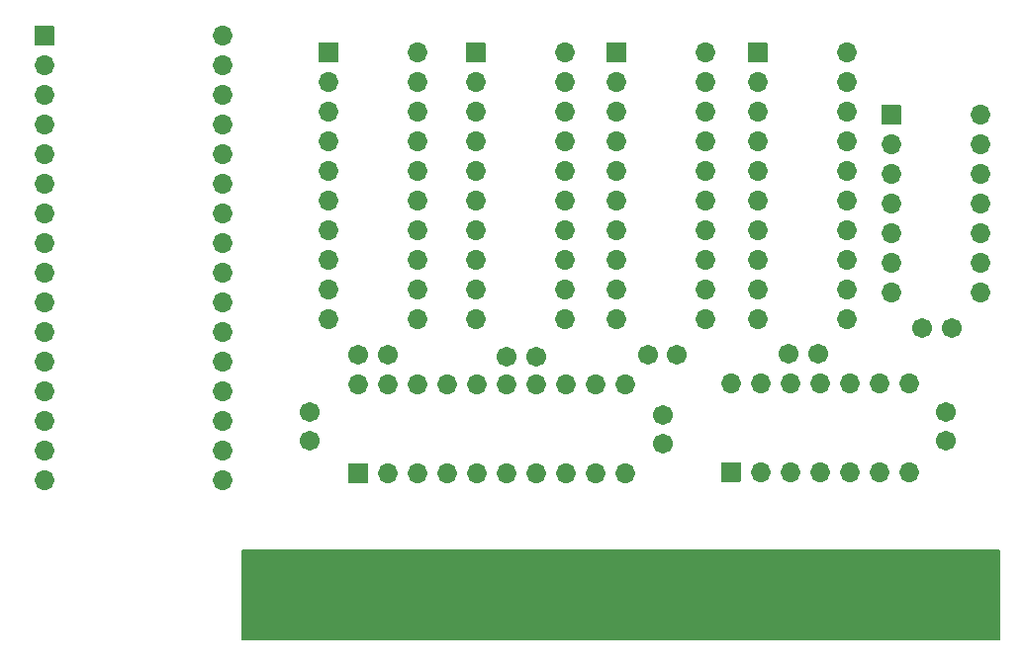
<source format=gbr>
G04 #@! TF.GenerationSoftware,KiCad,Pcbnew,(5.1.10-1-10_14)*
G04 #@! TF.CreationDate,2021-12-08T22:24:40-05:00*
G04 #@! TF.ProjectId,ProDOS ROM-Drive 3.0,50726f44-4f53-4205-924f-4d2d44726976,3.0*
G04 #@! TF.SameCoordinates,Original*
G04 #@! TF.FileFunction,Soldermask,Bot*
G04 #@! TF.FilePolarity,Negative*
%FSLAX46Y46*%
G04 Gerber Fmt 4.6, Leading zero omitted, Abs format (unit mm)*
G04 Created by KiCad (PCBNEW (5.1.10-1-10_14)) date 2021-12-08 22:24:40*
%MOMM*%
%LPD*%
G01*
G04 APERTURE LIST*
%ADD10C,0.150000*%
%ADD11O,1.702000X1.702000*%
%ADD12C,1.702000*%
%ADD13C,0.100000*%
G04 APERTURE END LIST*
D10*
G36*
X118607840Y-76776580D02*
G01*
X118607840Y-69156580D01*
X53837840Y-69156580D01*
X53837840Y-76776580D01*
X118607840Y-76776580D01*
G37*
X118607840Y-76776580D02*
X118607840Y-69156580D01*
X53837840Y-69156580D01*
X53837840Y-76776580D01*
X118607840Y-76776580D01*
G36*
X118607840Y-76776580D02*
G01*
X118607840Y-69156580D01*
X53837840Y-69156580D01*
X53837840Y-76776580D01*
X118607840Y-76776580D01*
G37*
X118607840Y-76776580D02*
X118607840Y-69156580D01*
X53837840Y-69156580D01*
X53837840Y-76776580D01*
X118607840Y-76776580D01*
D11*
X52113180Y-25057100D03*
X36873180Y-63157100D03*
X52113180Y-27597100D03*
X36873180Y-60617100D03*
X52113180Y-30137100D03*
X36873180Y-58077100D03*
X52113180Y-32677100D03*
X36873180Y-55537100D03*
X52113180Y-35217100D03*
X36873180Y-52997100D03*
X52113180Y-37757100D03*
X36873180Y-50457100D03*
X52113180Y-40297100D03*
X36873180Y-47917100D03*
X52113180Y-42837100D03*
X36873180Y-45377100D03*
X52113180Y-45377100D03*
X36873180Y-42837100D03*
X52113180Y-47917100D03*
X36873180Y-40297100D03*
X52113180Y-50457100D03*
X36873180Y-37757100D03*
X52113180Y-52997100D03*
X36873180Y-35217100D03*
X52113180Y-55537100D03*
X36873180Y-32677100D03*
X52113180Y-58077100D03*
X36873180Y-30137100D03*
X52113180Y-60617100D03*
X36873180Y-27597100D03*
X52113180Y-63157100D03*
G36*
G01*
X36022180Y-25857100D02*
X36022180Y-24257100D01*
G75*
G02*
X36073180Y-24206100I51000J0D01*
G01*
X37673180Y-24206100D01*
G75*
G02*
X37724180Y-24257100I0J-51000D01*
G01*
X37724180Y-25857100D01*
G75*
G02*
X37673180Y-25908100I-51000J0D01*
G01*
X36073180Y-25908100D01*
G75*
G02*
X36022180Y-25857100I0J51000D01*
G01*
G37*
G36*
G01*
X116016840Y-76484580D02*
X116016840Y-69448580D01*
G75*
G02*
X116359840Y-69105580I343000J0D01*
G01*
X117045840Y-69105580D01*
G75*
G02*
X117388840Y-69448580I0J-343000D01*
G01*
X117388840Y-76484580D01*
G75*
G02*
X117045840Y-76827580I-343000J0D01*
G01*
X116359840Y-76827580D01*
G75*
G02*
X116016840Y-76484580I0J343000D01*
G01*
G37*
G36*
G01*
X113476840Y-76484580D02*
X113476840Y-69448580D01*
G75*
G02*
X113819840Y-69105580I343000J0D01*
G01*
X114505840Y-69105580D01*
G75*
G02*
X114848840Y-69448580I0J-343000D01*
G01*
X114848840Y-76484580D01*
G75*
G02*
X114505840Y-76827580I-343000J0D01*
G01*
X113819840Y-76827580D01*
G75*
G02*
X113476840Y-76484580I0J343000D01*
G01*
G37*
G36*
G01*
X110936840Y-76484580D02*
X110936840Y-69448580D01*
G75*
G02*
X111279840Y-69105580I343000J0D01*
G01*
X111965840Y-69105580D01*
G75*
G02*
X112308840Y-69448580I0J-343000D01*
G01*
X112308840Y-76484580D01*
G75*
G02*
X111965840Y-76827580I-343000J0D01*
G01*
X111279840Y-76827580D01*
G75*
G02*
X110936840Y-76484580I0J343000D01*
G01*
G37*
G36*
G01*
X108396840Y-76484580D02*
X108396840Y-69448580D01*
G75*
G02*
X108739840Y-69105580I343000J0D01*
G01*
X109425840Y-69105580D01*
G75*
G02*
X109768840Y-69448580I0J-343000D01*
G01*
X109768840Y-76484580D01*
G75*
G02*
X109425840Y-76827580I-343000J0D01*
G01*
X108739840Y-76827580D01*
G75*
G02*
X108396840Y-76484580I0J343000D01*
G01*
G37*
G36*
G01*
X105856840Y-76484580D02*
X105856840Y-69448580D01*
G75*
G02*
X106199840Y-69105580I343000J0D01*
G01*
X106885840Y-69105580D01*
G75*
G02*
X107228840Y-69448580I0J-343000D01*
G01*
X107228840Y-76484580D01*
G75*
G02*
X106885840Y-76827580I-343000J0D01*
G01*
X106199840Y-76827580D01*
G75*
G02*
X105856840Y-76484580I0J343000D01*
G01*
G37*
G36*
G01*
X103316840Y-76484580D02*
X103316840Y-69448580D01*
G75*
G02*
X103659840Y-69105580I343000J0D01*
G01*
X104345840Y-69105580D01*
G75*
G02*
X104688840Y-69448580I0J-343000D01*
G01*
X104688840Y-76484580D01*
G75*
G02*
X104345840Y-76827580I-343000J0D01*
G01*
X103659840Y-76827580D01*
G75*
G02*
X103316840Y-76484580I0J343000D01*
G01*
G37*
G36*
G01*
X100776840Y-76484580D02*
X100776840Y-69448580D01*
G75*
G02*
X101119840Y-69105580I343000J0D01*
G01*
X101805840Y-69105580D01*
G75*
G02*
X102148840Y-69448580I0J-343000D01*
G01*
X102148840Y-76484580D01*
G75*
G02*
X101805840Y-76827580I-343000J0D01*
G01*
X101119840Y-76827580D01*
G75*
G02*
X100776840Y-76484580I0J343000D01*
G01*
G37*
G36*
G01*
X98236840Y-76484580D02*
X98236840Y-69448580D01*
G75*
G02*
X98579840Y-69105580I343000J0D01*
G01*
X99265840Y-69105580D01*
G75*
G02*
X99608840Y-69448580I0J-343000D01*
G01*
X99608840Y-76484580D01*
G75*
G02*
X99265840Y-76827580I-343000J0D01*
G01*
X98579840Y-76827580D01*
G75*
G02*
X98236840Y-76484580I0J343000D01*
G01*
G37*
G36*
G01*
X95696840Y-76484580D02*
X95696840Y-69448580D01*
G75*
G02*
X96039840Y-69105580I343000J0D01*
G01*
X96725840Y-69105580D01*
G75*
G02*
X97068840Y-69448580I0J-343000D01*
G01*
X97068840Y-76484580D01*
G75*
G02*
X96725840Y-76827580I-343000J0D01*
G01*
X96039840Y-76827580D01*
G75*
G02*
X95696840Y-76484580I0J343000D01*
G01*
G37*
G36*
G01*
X93156840Y-76484580D02*
X93156840Y-69448580D01*
G75*
G02*
X93499840Y-69105580I343000J0D01*
G01*
X94185840Y-69105580D01*
G75*
G02*
X94528840Y-69448580I0J-343000D01*
G01*
X94528840Y-76484580D01*
G75*
G02*
X94185840Y-76827580I-343000J0D01*
G01*
X93499840Y-76827580D01*
G75*
G02*
X93156840Y-76484580I0J343000D01*
G01*
G37*
G36*
G01*
X90616840Y-76484580D02*
X90616840Y-69448580D01*
G75*
G02*
X90959840Y-69105580I343000J0D01*
G01*
X91645840Y-69105580D01*
G75*
G02*
X91988840Y-69448580I0J-343000D01*
G01*
X91988840Y-76484580D01*
G75*
G02*
X91645840Y-76827580I-343000J0D01*
G01*
X90959840Y-76827580D01*
G75*
G02*
X90616840Y-76484580I0J343000D01*
G01*
G37*
G36*
G01*
X85536840Y-76484580D02*
X85536840Y-69448580D01*
G75*
G02*
X85879840Y-69105580I343000J0D01*
G01*
X86565840Y-69105580D01*
G75*
G02*
X86908840Y-69448580I0J-343000D01*
G01*
X86908840Y-76484580D01*
G75*
G02*
X86565840Y-76827580I-343000J0D01*
G01*
X85879840Y-76827580D01*
G75*
G02*
X85536840Y-76484580I0J343000D01*
G01*
G37*
G36*
G01*
X88076840Y-76484580D02*
X88076840Y-69448580D01*
G75*
G02*
X88419840Y-69105580I343000J0D01*
G01*
X89105840Y-69105580D01*
G75*
G02*
X89448840Y-69448580I0J-343000D01*
G01*
X89448840Y-76484580D01*
G75*
G02*
X89105840Y-76827580I-343000J0D01*
G01*
X88419840Y-76827580D01*
G75*
G02*
X88076840Y-76484580I0J343000D01*
G01*
G37*
G36*
G01*
X82996840Y-76484580D02*
X82996840Y-69448580D01*
G75*
G02*
X83339840Y-69105580I343000J0D01*
G01*
X84025840Y-69105580D01*
G75*
G02*
X84368840Y-69448580I0J-343000D01*
G01*
X84368840Y-76484580D01*
G75*
G02*
X84025840Y-76827580I-343000J0D01*
G01*
X83339840Y-76827580D01*
G75*
G02*
X82996840Y-76484580I0J343000D01*
G01*
G37*
G36*
G01*
X80456840Y-76484580D02*
X80456840Y-69448580D01*
G75*
G02*
X80799840Y-69105580I343000J0D01*
G01*
X81485840Y-69105580D01*
G75*
G02*
X81828840Y-69448580I0J-343000D01*
G01*
X81828840Y-76484580D01*
G75*
G02*
X81485840Y-76827580I-343000J0D01*
G01*
X80799840Y-76827580D01*
G75*
G02*
X80456840Y-76484580I0J343000D01*
G01*
G37*
G36*
G01*
X77916840Y-76484580D02*
X77916840Y-69448580D01*
G75*
G02*
X78259840Y-69105580I343000J0D01*
G01*
X78945840Y-69105580D01*
G75*
G02*
X79288840Y-69448580I0J-343000D01*
G01*
X79288840Y-76484580D01*
G75*
G02*
X78945840Y-76827580I-343000J0D01*
G01*
X78259840Y-76827580D01*
G75*
G02*
X77916840Y-76484580I0J343000D01*
G01*
G37*
G36*
G01*
X75376840Y-76484580D02*
X75376840Y-69448580D01*
G75*
G02*
X75719840Y-69105580I343000J0D01*
G01*
X76405840Y-69105580D01*
G75*
G02*
X76748840Y-69448580I0J-343000D01*
G01*
X76748840Y-76484580D01*
G75*
G02*
X76405840Y-76827580I-343000J0D01*
G01*
X75719840Y-76827580D01*
G75*
G02*
X75376840Y-76484580I0J343000D01*
G01*
G37*
G36*
G01*
X72836840Y-76484580D02*
X72836840Y-69448580D01*
G75*
G02*
X73179840Y-69105580I343000J0D01*
G01*
X73865840Y-69105580D01*
G75*
G02*
X74208840Y-69448580I0J-343000D01*
G01*
X74208840Y-76484580D01*
G75*
G02*
X73865840Y-76827580I-343000J0D01*
G01*
X73179840Y-76827580D01*
G75*
G02*
X72836840Y-76484580I0J343000D01*
G01*
G37*
G36*
G01*
X70296840Y-76484580D02*
X70296840Y-69448580D01*
G75*
G02*
X70639840Y-69105580I343000J0D01*
G01*
X71325840Y-69105580D01*
G75*
G02*
X71668840Y-69448580I0J-343000D01*
G01*
X71668840Y-76484580D01*
G75*
G02*
X71325840Y-76827580I-343000J0D01*
G01*
X70639840Y-76827580D01*
G75*
G02*
X70296840Y-76484580I0J343000D01*
G01*
G37*
G36*
G01*
X67756840Y-76484580D02*
X67756840Y-69448580D01*
G75*
G02*
X68099840Y-69105580I343000J0D01*
G01*
X68785840Y-69105580D01*
G75*
G02*
X69128840Y-69448580I0J-343000D01*
G01*
X69128840Y-76484580D01*
G75*
G02*
X68785840Y-76827580I-343000J0D01*
G01*
X68099840Y-76827580D01*
G75*
G02*
X67756840Y-76484580I0J343000D01*
G01*
G37*
G36*
G01*
X65216840Y-76484580D02*
X65216840Y-69448580D01*
G75*
G02*
X65559840Y-69105580I343000J0D01*
G01*
X66245840Y-69105580D01*
G75*
G02*
X66588840Y-69448580I0J-343000D01*
G01*
X66588840Y-76484580D01*
G75*
G02*
X66245840Y-76827580I-343000J0D01*
G01*
X65559840Y-76827580D01*
G75*
G02*
X65216840Y-76484580I0J343000D01*
G01*
G37*
G36*
G01*
X62676840Y-76484580D02*
X62676840Y-69448580D01*
G75*
G02*
X63019840Y-69105580I343000J0D01*
G01*
X63705840Y-69105580D01*
G75*
G02*
X64048840Y-69448580I0J-343000D01*
G01*
X64048840Y-76484580D01*
G75*
G02*
X63705840Y-76827580I-343000J0D01*
G01*
X63019840Y-76827580D01*
G75*
G02*
X62676840Y-76484580I0J343000D01*
G01*
G37*
G36*
G01*
X60136840Y-76484580D02*
X60136840Y-69448580D01*
G75*
G02*
X60479840Y-69105580I343000J0D01*
G01*
X61165840Y-69105580D01*
G75*
G02*
X61508840Y-69448580I0J-343000D01*
G01*
X61508840Y-76484580D01*
G75*
G02*
X61165840Y-76827580I-343000J0D01*
G01*
X60479840Y-76827580D01*
G75*
G02*
X60136840Y-76484580I0J343000D01*
G01*
G37*
G36*
G01*
X57596840Y-76484580D02*
X57596840Y-69448580D01*
G75*
G02*
X57939840Y-69105580I343000J0D01*
G01*
X58625840Y-69105580D01*
G75*
G02*
X58968840Y-69448580I0J-343000D01*
G01*
X58968840Y-76484580D01*
G75*
G02*
X58625840Y-76827580I-343000J0D01*
G01*
X57939840Y-76827580D01*
G75*
G02*
X57596840Y-76484580I0J343000D01*
G01*
G37*
G36*
G01*
X55056840Y-76484580D02*
X55056840Y-69448580D01*
G75*
G02*
X55399840Y-69105580I343000J0D01*
G01*
X56085840Y-69105580D01*
G75*
G02*
X56428840Y-69448580I0J-343000D01*
G01*
X56428840Y-76484580D01*
G75*
G02*
X56085840Y-76827580I-343000J0D01*
G01*
X55399840Y-76827580D01*
G75*
G02*
X55056840Y-76484580I0J343000D01*
G01*
G37*
X81396840Y-26484580D03*
X73776840Y-49344580D03*
X81396840Y-29024580D03*
X73776840Y-46804580D03*
X81396840Y-31564580D03*
X73776840Y-44264580D03*
X81396840Y-34104580D03*
X73776840Y-41724580D03*
X81396840Y-36644580D03*
X73776840Y-39184580D03*
X81396840Y-39184580D03*
X73776840Y-36644580D03*
X81396840Y-41724580D03*
X73776840Y-34104580D03*
X81396840Y-44264580D03*
X73776840Y-31564580D03*
X81396840Y-46804580D03*
X73776840Y-29024580D03*
X81396840Y-49344580D03*
G36*
G01*
X72925840Y-27284580D02*
X72925840Y-25684580D01*
G75*
G02*
X72976840Y-25633580I51000J0D01*
G01*
X74576840Y-25633580D01*
G75*
G02*
X74627840Y-25684580I0J-51000D01*
G01*
X74627840Y-27284580D01*
G75*
G02*
X74576840Y-27335580I-51000J0D01*
G01*
X72976840Y-27335580D01*
G75*
G02*
X72925840Y-27284580I0J51000D01*
G01*
G37*
X63743840Y-54932580D03*
X86603840Y-62552580D03*
X66283840Y-54932580D03*
X84063840Y-62552580D03*
X68823840Y-54932580D03*
X81523840Y-62552580D03*
X71363840Y-54932580D03*
X78983840Y-62552580D03*
X73903840Y-54932580D03*
X76443840Y-62552580D03*
X76443840Y-54932580D03*
X73903840Y-62552580D03*
X78983840Y-54932580D03*
X71363840Y-62552580D03*
X81523840Y-54932580D03*
X68823840Y-62552580D03*
X84063840Y-54932580D03*
X66283840Y-62552580D03*
X86603840Y-54932580D03*
G36*
G01*
X64543840Y-63403580D02*
X62943840Y-63403580D01*
G75*
G02*
X62892840Y-63352580I0J51000D01*
G01*
X62892840Y-61752580D01*
G75*
G02*
X62943840Y-61701580I51000J0D01*
G01*
X64543840Y-61701580D01*
G75*
G02*
X64594840Y-61752580I0J-51000D01*
G01*
X64594840Y-63352580D01*
G75*
G02*
X64543840Y-63403580I-51000J0D01*
G01*
G37*
X105526840Y-26484580D03*
X97906840Y-49344580D03*
X105526840Y-29024580D03*
X97906840Y-46804580D03*
X105526840Y-31564580D03*
X97906840Y-44264580D03*
X105526840Y-34104580D03*
X97906840Y-41724580D03*
X105526840Y-36644580D03*
X97906840Y-39184580D03*
X105526840Y-39184580D03*
X97906840Y-36644580D03*
X105526840Y-41724580D03*
X97906840Y-34104580D03*
X105526840Y-44264580D03*
X97906840Y-31564580D03*
X105526840Y-46804580D03*
X97906840Y-29024580D03*
X105526840Y-49344580D03*
G36*
G01*
X97055840Y-27284580D02*
X97055840Y-25684580D01*
G75*
G02*
X97106840Y-25633580I51000J0D01*
G01*
X98706840Y-25633580D01*
G75*
G02*
X98757840Y-25684580I0J-51000D01*
G01*
X98757840Y-27284580D01*
G75*
G02*
X98706840Y-27335580I-51000J0D01*
G01*
X97106840Y-27335580D01*
G75*
G02*
X97055840Y-27284580I0J51000D01*
G01*
G37*
G36*
G01*
X84990840Y-27284580D02*
X84990840Y-25684580D01*
G75*
G02*
X85041840Y-25633580I51000J0D01*
G01*
X86641840Y-25633580D01*
G75*
G02*
X86692840Y-25684580I0J-51000D01*
G01*
X86692840Y-27284580D01*
G75*
G02*
X86641840Y-27335580I-51000J0D01*
G01*
X85041840Y-27335580D01*
G75*
G02*
X84990840Y-27284580I0J51000D01*
G01*
G37*
X93461840Y-49344580D03*
X85841840Y-29024580D03*
X93461840Y-46804580D03*
X85841840Y-31564580D03*
X93461840Y-44264580D03*
X85841840Y-34104580D03*
X93461840Y-41724580D03*
X85841840Y-36644580D03*
X93461840Y-39184580D03*
X85841840Y-39184580D03*
X93461840Y-36644580D03*
X85841840Y-41724580D03*
X93461840Y-34104580D03*
X85841840Y-44264580D03*
X93461840Y-31564580D03*
X85841840Y-46804580D03*
X93461840Y-29024580D03*
X85841840Y-49344580D03*
X93461840Y-26484580D03*
G36*
G01*
X60352840Y-27284580D02*
X60352840Y-25684580D01*
G75*
G02*
X60403840Y-25633580I51000J0D01*
G01*
X62003840Y-25633580D01*
G75*
G02*
X62054840Y-25684580I0J-51000D01*
G01*
X62054840Y-27284580D01*
G75*
G02*
X62003840Y-27335580I-51000J0D01*
G01*
X60403840Y-27335580D01*
G75*
G02*
X60352840Y-27284580I0J51000D01*
G01*
G37*
X68823840Y-49344580D03*
X61203840Y-29024580D03*
X68823840Y-46804580D03*
X61203840Y-31564580D03*
X68823840Y-44264580D03*
X61203840Y-34104580D03*
X68823840Y-41724580D03*
X61203840Y-36644580D03*
X68823840Y-39184580D03*
X61203840Y-39184580D03*
X68823840Y-36644580D03*
X61203840Y-41724580D03*
X68823840Y-34104580D03*
X61203840Y-44264580D03*
X68823840Y-31564580D03*
X61203840Y-46804580D03*
X68823840Y-29024580D03*
X61203840Y-49344580D03*
X68823840Y-26484580D03*
X95620840Y-54805580D03*
X110860840Y-62425580D03*
X98160840Y-54805580D03*
X108320840Y-62425580D03*
X100700840Y-54805580D03*
X105780840Y-62425580D03*
X103240840Y-54805580D03*
X103240840Y-62425580D03*
X105780840Y-54805580D03*
X100700840Y-62425580D03*
X108320840Y-54805580D03*
X98160840Y-62425580D03*
X110860840Y-54805580D03*
G36*
G01*
X96420840Y-63276580D02*
X94820840Y-63276580D01*
G75*
G02*
X94769840Y-63225580I0J51000D01*
G01*
X94769840Y-61625580D01*
G75*
G02*
X94820840Y-61574580I51000J0D01*
G01*
X96420840Y-61574580D01*
G75*
G02*
X96471840Y-61625580I0J-51000D01*
G01*
X96471840Y-63225580D01*
G75*
G02*
X96420840Y-63276580I-51000J0D01*
G01*
G37*
G36*
G01*
X108485840Y-32618580D02*
X108485840Y-31018580D01*
G75*
G02*
X108536840Y-30967580I51000J0D01*
G01*
X110136840Y-30967580D01*
G75*
G02*
X110187840Y-31018580I0J-51000D01*
G01*
X110187840Y-32618580D01*
G75*
G02*
X110136840Y-32669580I-51000J0D01*
G01*
X108536840Y-32669580D01*
G75*
G02*
X108485840Y-32618580I0J51000D01*
G01*
G37*
X116956840Y-47058580D03*
X109336840Y-34358580D03*
X116956840Y-44518580D03*
X109336840Y-36898580D03*
X116956840Y-41978580D03*
X109336840Y-39438580D03*
X116956840Y-39438580D03*
X109336840Y-41978580D03*
X116956840Y-36898580D03*
X109336840Y-44518580D03*
X116956840Y-34358580D03*
X109336840Y-47058580D03*
X116956840Y-31818580D03*
D12*
X59552840Y-57258580D03*
X59552840Y-59758580D03*
X114035840Y-59758580D03*
X114035840Y-57258580D03*
X89778840Y-57512580D03*
X89778840Y-60012580D03*
X100573840Y-52265580D03*
X103073840Y-52265580D03*
X88508840Y-52392580D03*
X91008840Y-52392580D03*
X78943840Y-52519580D03*
X76443840Y-52519580D03*
X63743840Y-52392580D03*
X66243840Y-52392580D03*
X114503840Y-50106580D03*
X112003840Y-50106580D03*
D13*
G36*
X56430005Y-76482954D02*
G01*
X56430840Y-76484580D01*
X56430840Y-76540939D01*
X56430830Y-76541135D01*
X56424847Y-76601879D01*
X56424771Y-76602264D01*
X56408842Y-76654776D01*
X56408692Y-76655138D01*
X56382829Y-76703523D01*
X56382611Y-76703849D01*
X56347802Y-76746265D01*
X56347525Y-76746542D01*
X56305109Y-76781351D01*
X56304783Y-76781569D01*
X56256398Y-76807432D01*
X56256036Y-76807582D01*
X56203524Y-76823511D01*
X56203139Y-76823587D01*
X56142395Y-76829570D01*
X56142199Y-76829580D01*
X56085840Y-76829580D01*
X56084108Y-76828580D01*
X56084108Y-76826580D01*
X56085644Y-76825590D01*
X56152361Y-76819019D01*
X56216331Y-76799614D01*
X56275285Y-76768103D01*
X56326957Y-76725697D01*
X56369363Y-76674025D01*
X56400874Y-76615071D01*
X56420279Y-76551101D01*
X56426850Y-76484384D01*
X56428015Y-76482758D01*
X56430005Y-76482954D01*
G37*
G36*
X79290005Y-76482954D02*
G01*
X79290840Y-76484580D01*
X79290840Y-76540939D01*
X79290830Y-76541135D01*
X79284847Y-76601879D01*
X79284771Y-76602264D01*
X79268842Y-76654776D01*
X79268692Y-76655138D01*
X79242829Y-76703523D01*
X79242611Y-76703849D01*
X79207802Y-76746265D01*
X79207525Y-76746542D01*
X79165109Y-76781351D01*
X79164783Y-76781569D01*
X79116398Y-76807432D01*
X79116036Y-76807582D01*
X79063524Y-76823511D01*
X79063139Y-76823587D01*
X79002395Y-76829570D01*
X79002199Y-76829580D01*
X78945840Y-76829580D01*
X78944108Y-76828580D01*
X78944108Y-76826580D01*
X78945644Y-76825590D01*
X79012361Y-76819019D01*
X79076331Y-76799614D01*
X79135285Y-76768103D01*
X79186957Y-76725697D01*
X79229363Y-76674025D01*
X79260874Y-76615071D01*
X79280279Y-76551101D01*
X79286850Y-76484384D01*
X79288015Y-76482758D01*
X79290005Y-76482954D01*
G37*
G36*
X97070005Y-76482954D02*
G01*
X97070840Y-76484580D01*
X97070840Y-76540939D01*
X97070830Y-76541135D01*
X97064847Y-76601879D01*
X97064771Y-76602264D01*
X97048842Y-76654776D01*
X97048692Y-76655138D01*
X97022829Y-76703523D01*
X97022611Y-76703849D01*
X96987802Y-76746265D01*
X96987525Y-76746542D01*
X96945109Y-76781351D01*
X96944783Y-76781569D01*
X96896398Y-76807432D01*
X96896036Y-76807582D01*
X96843524Y-76823511D01*
X96843139Y-76823587D01*
X96782395Y-76829570D01*
X96782199Y-76829580D01*
X96725840Y-76829580D01*
X96724108Y-76828580D01*
X96724108Y-76826580D01*
X96725644Y-76825590D01*
X96792361Y-76819019D01*
X96856331Y-76799614D01*
X96915285Y-76768103D01*
X96966957Y-76725697D01*
X97009363Y-76674025D01*
X97040874Y-76615071D01*
X97060279Y-76551101D01*
X97066850Y-76484384D01*
X97068015Y-76482758D01*
X97070005Y-76482954D01*
G37*
G36*
X94530005Y-76482954D02*
G01*
X94530840Y-76484580D01*
X94530840Y-76540939D01*
X94530830Y-76541135D01*
X94524847Y-76601879D01*
X94524771Y-76602264D01*
X94508842Y-76654776D01*
X94508692Y-76655138D01*
X94482829Y-76703523D01*
X94482611Y-76703849D01*
X94447802Y-76746265D01*
X94447525Y-76746542D01*
X94405109Y-76781351D01*
X94404783Y-76781569D01*
X94356398Y-76807432D01*
X94356036Y-76807582D01*
X94303524Y-76823511D01*
X94303139Y-76823587D01*
X94242395Y-76829570D01*
X94242199Y-76829580D01*
X94185840Y-76829580D01*
X94184108Y-76828580D01*
X94184108Y-76826580D01*
X94185644Y-76825590D01*
X94252361Y-76819019D01*
X94316331Y-76799614D01*
X94375285Y-76768103D01*
X94426957Y-76725697D01*
X94469363Y-76674025D01*
X94500874Y-76615071D01*
X94520279Y-76551101D01*
X94526850Y-76484384D01*
X94528015Y-76482758D01*
X94530005Y-76482954D01*
G37*
G36*
X76750005Y-76482954D02*
G01*
X76750840Y-76484580D01*
X76750840Y-76540939D01*
X76750830Y-76541135D01*
X76744847Y-76601879D01*
X76744771Y-76602264D01*
X76728842Y-76654776D01*
X76728692Y-76655138D01*
X76702829Y-76703523D01*
X76702611Y-76703849D01*
X76667802Y-76746265D01*
X76667525Y-76746542D01*
X76625109Y-76781351D01*
X76624783Y-76781569D01*
X76576398Y-76807432D01*
X76576036Y-76807582D01*
X76523524Y-76823511D01*
X76523139Y-76823587D01*
X76462395Y-76829570D01*
X76462199Y-76829580D01*
X76405840Y-76829580D01*
X76404108Y-76828580D01*
X76404108Y-76826580D01*
X76405644Y-76825590D01*
X76472361Y-76819019D01*
X76536331Y-76799614D01*
X76595285Y-76768103D01*
X76646957Y-76725697D01*
X76689363Y-76674025D01*
X76720874Y-76615071D01*
X76740279Y-76551101D01*
X76746850Y-76484384D01*
X76748015Y-76482758D01*
X76750005Y-76482954D01*
G37*
G36*
X99610005Y-76482954D02*
G01*
X99610840Y-76484580D01*
X99610840Y-76540939D01*
X99610830Y-76541135D01*
X99604847Y-76601879D01*
X99604771Y-76602264D01*
X99588842Y-76654776D01*
X99588692Y-76655138D01*
X99562829Y-76703523D01*
X99562611Y-76703849D01*
X99527802Y-76746265D01*
X99527525Y-76746542D01*
X99485109Y-76781351D01*
X99484783Y-76781569D01*
X99436398Y-76807432D01*
X99436036Y-76807582D01*
X99383524Y-76823511D01*
X99383139Y-76823587D01*
X99322395Y-76829570D01*
X99322199Y-76829580D01*
X99265840Y-76829580D01*
X99264108Y-76828580D01*
X99264108Y-76826580D01*
X99265644Y-76825590D01*
X99332361Y-76819019D01*
X99396331Y-76799614D01*
X99455285Y-76768103D01*
X99506957Y-76725697D01*
X99549363Y-76674025D01*
X99580874Y-76615071D01*
X99600279Y-76551101D01*
X99606850Y-76484384D01*
X99608015Y-76482758D01*
X99610005Y-76482954D01*
G37*
G36*
X74210005Y-76482954D02*
G01*
X74210840Y-76484580D01*
X74210840Y-76540939D01*
X74210830Y-76541135D01*
X74204847Y-76601879D01*
X74204771Y-76602264D01*
X74188842Y-76654776D01*
X74188692Y-76655138D01*
X74162829Y-76703523D01*
X74162611Y-76703849D01*
X74127802Y-76746265D01*
X74127525Y-76746542D01*
X74085109Y-76781351D01*
X74084783Y-76781569D01*
X74036398Y-76807432D01*
X74036036Y-76807582D01*
X73983524Y-76823511D01*
X73983139Y-76823587D01*
X73922395Y-76829570D01*
X73922199Y-76829580D01*
X73865840Y-76829580D01*
X73864108Y-76828580D01*
X73864108Y-76826580D01*
X73865644Y-76825590D01*
X73932361Y-76819019D01*
X73996331Y-76799614D01*
X74055285Y-76768103D01*
X74106957Y-76725697D01*
X74149363Y-76674025D01*
X74180874Y-76615071D01*
X74200279Y-76551101D01*
X74206850Y-76484384D01*
X74208015Y-76482758D01*
X74210005Y-76482954D01*
G37*
G36*
X116018830Y-76484384D02*
G01*
X116025401Y-76551101D01*
X116044806Y-76615071D01*
X116076317Y-76674025D01*
X116118723Y-76725697D01*
X116170395Y-76768103D01*
X116229349Y-76799614D01*
X116293319Y-76819019D01*
X116360036Y-76825590D01*
X116361662Y-76826755D01*
X116361466Y-76828745D01*
X116359840Y-76829580D01*
X116303481Y-76829580D01*
X116303285Y-76829570D01*
X116242541Y-76823587D01*
X116242156Y-76823511D01*
X116189644Y-76807582D01*
X116189282Y-76807432D01*
X116140897Y-76781569D01*
X116140571Y-76781351D01*
X116098155Y-76746542D01*
X116097878Y-76746265D01*
X116063069Y-76703849D01*
X116062851Y-76703523D01*
X116036988Y-76655138D01*
X116036838Y-76654776D01*
X116020909Y-76602264D01*
X116020833Y-76601879D01*
X116014850Y-76541135D01*
X116014840Y-76540939D01*
X116014840Y-76484580D01*
X116015840Y-76482848D01*
X116017840Y-76482848D01*
X116018830Y-76484384D01*
G37*
G36*
X102150005Y-76482954D02*
G01*
X102150840Y-76484580D01*
X102150840Y-76540939D01*
X102150830Y-76541135D01*
X102144847Y-76601879D01*
X102144771Y-76602264D01*
X102128842Y-76654776D01*
X102128692Y-76655138D01*
X102102829Y-76703523D01*
X102102611Y-76703849D01*
X102067802Y-76746265D01*
X102067525Y-76746542D01*
X102025109Y-76781351D01*
X102024783Y-76781569D01*
X101976398Y-76807432D01*
X101976036Y-76807582D01*
X101923524Y-76823511D01*
X101923139Y-76823587D01*
X101862395Y-76829570D01*
X101862199Y-76829580D01*
X101805840Y-76829580D01*
X101804108Y-76828580D01*
X101804108Y-76826580D01*
X101805644Y-76825590D01*
X101872361Y-76819019D01*
X101936331Y-76799614D01*
X101995285Y-76768103D01*
X102046957Y-76725697D01*
X102089363Y-76674025D01*
X102120874Y-76615071D01*
X102140279Y-76551101D01*
X102146850Y-76484384D01*
X102148015Y-76482758D01*
X102150005Y-76482954D01*
G37*
G36*
X71670005Y-76482954D02*
G01*
X71670840Y-76484580D01*
X71670840Y-76540939D01*
X71670830Y-76541135D01*
X71664847Y-76601879D01*
X71664771Y-76602264D01*
X71648842Y-76654776D01*
X71648692Y-76655138D01*
X71622829Y-76703523D01*
X71622611Y-76703849D01*
X71587802Y-76746265D01*
X71587525Y-76746542D01*
X71545109Y-76781351D01*
X71544783Y-76781569D01*
X71496398Y-76807432D01*
X71496036Y-76807582D01*
X71443524Y-76823511D01*
X71443139Y-76823587D01*
X71382395Y-76829570D01*
X71382199Y-76829580D01*
X71325840Y-76829580D01*
X71324108Y-76828580D01*
X71324108Y-76826580D01*
X71325644Y-76825590D01*
X71392361Y-76819019D01*
X71456331Y-76799614D01*
X71515285Y-76768103D01*
X71566957Y-76725697D01*
X71609363Y-76674025D01*
X71640874Y-76615071D01*
X71660279Y-76551101D01*
X71666850Y-76484384D01*
X71668015Y-76482758D01*
X71670005Y-76482954D01*
G37*
G36*
X104690005Y-76482954D02*
G01*
X104690840Y-76484580D01*
X104690840Y-76540939D01*
X104690830Y-76541135D01*
X104684847Y-76601879D01*
X104684771Y-76602264D01*
X104668842Y-76654776D01*
X104668692Y-76655138D01*
X104642829Y-76703523D01*
X104642611Y-76703849D01*
X104607802Y-76746265D01*
X104607525Y-76746542D01*
X104565109Y-76781351D01*
X104564783Y-76781569D01*
X104516398Y-76807432D01*
X104516036Y-76807582D01*
X104463524Y-76823511D01*
X104463139Y-76823587D01*
X104402395Y-76829570D01*
X104402199Y-76829580D01*
X104345840Y-76829580D01*
X104344108Y-76828580D01*
X104344108Y-76826580D01*
X104345644Y-76825590D01*
X104412361Y-76819019D01*
X104476331Y-76799614D01*
X104535285Y-76768103D01*
X104586957Y-76725697D01*
X104629363Y-76674025D01*
X104660874Y-76615071D01*
X104680279Y-76551101D01*
X104686850Y-76484384D01*
X104688015Y-76482758D01*
X104690005Y-76482954D01*
G37*
G36*
X69130005Y-76482954D02*
G01*
X69130840Y-76484580D01*
X69130840Y-76540939D01*
X69130830Y-76541135D01*
X69124847Y-76601879D01*
X69124771Y-76602264D01*
X69108842Y-76654776D01*
X69108692Y-76655138D01*
X69082829Y-76703523D01*
X69082611Y-76703849D01*
X69047802Y-76746265D01*
X69047525Y-76746542D01*
X69005109Y-76781351D01*
X69004783Y-76781569D01*
X68956398Y-76807432D01*
X68956036Y-76807582D01*
X68903524Y-76823511D01*
X68903139Y-76823587D01*
X68842395Y-76829570D01*
X68842199Y-76829580D01*
X68785840Y-76829580D01*
X68784108Y-76828580D01*
X68784108Y-76826580D01*
X68785644Y-76825590D01*
X68852361Y-76819019D01*
X68916331Y-76799614D01*
X68975285Y-76768103D01*
X69026957Y-76725697D01*
X69069363Y-76674025D01*
X69100874Y-76615071D01*
X69120279Y-76551101D01*
X69126850Y-76484384D01*
X69128015Y-76482758D01*
X69130005Y-76482954D01*
G37*
G36*
X81830005Y-76482954D02*
G01*
X81830840Y-76484580D01*
X81830840Y-76540939D01*
X81830830Y-76541135D01*
X81824847Y-76601879D01*
X81824771Y-76602264D01*
X81808842Y-76654776D01*
X81808692Y-76655138D01*
X81782829Y-76703523D01*
X81782611Y-76703849D01*
X81747802Y-76746265D01*
X81747525Y-76746542D01*
X81705109Y-76781351D01*
X81704783Y-76781569D01*
X81656398Y-76807432D01*
X81656036Y-76807582D01*
X81603524Y-76823511D01*
X81603139Y-76823587D01*
X81542395Y-76829570D01*
X81542199Y-76829580D01*
X81485840Y-76829580D01*
X81484108Y-76828580D01*
X81484108Y-76826580D01*
X81485644Y-76825590D01*
X81552361Y-76819019D01*
X81616331Y-76799614D01*
X81675285Y-76768103D01*
X81726957Y-76725697D01*
X81769363Y-76674025D01*
X81800874Y-76615071D01*
X81820279Y-76551101D01*
X81826850Y-76484384D01*
X81828015Y-76482758D01*
X81830005Y-76482954D01*
G37*
G36*
X107230005Y-76482954D02*
G01*
X107230840Y-76484580D01*
X107230840Y-76540939D01*
X107230830Y-76541135D01*
X107224847Y-76601879D01*
X107224771Y-76602264D01*
X107208842Y-76654776D01*
X107208692Y-76655138D01*
X107182829Y-76703523D01*
X107182611Y-76703849D01*
X107147802Y-76746265D01*
X107147525Y-76746542D01*
X107105109Y-76781351D01*
X107104783Y-76781569D01*
X107056398Y-76807432D01*
X107056036Y-76807582D01*
X107003524Y-76823511D01*
X107003139Y-76823587D01*
X106942395Y-76829570D01*
X106942199Y-76829580D01*
X106885840Y-76829580D01*
X106884108Y-76828580D01*
X106884108Y-76826580D01*
X106885644Y-76825590D01*
X106952361Y-76819019D01*
X107016331Y-76799614D01*
X107075285Y-76768103D01*
X107126957Y-76725697D01*
X107169363Y-76674025D01*
X107200874Y-76615071D01*
X107220279Y-76551101D01*
X107226850Y-76484384D01*
X107228015Y-76482758D01*
X107230005Y-76482954D01*
G37*
G36*
X66590005Y-76482954D02*
G01*
X66590840Y-76484580D01*
X66590840Y-76540939D01*
X66590830Y-76541135D01*
X66584847Y-76601879D01*
X66584771Y-76602264D01*
X66568842Y-76654776D01*
X66568692Y-76655138D01*
X66542829Y-76703523D01*
X66542611Y-76703849D01*
X66507802Y-76746265D01*
X66507525Y-76746542D01*
X66465109Y-76781351D01*
X66464783Y-76781569D01*
X66416398Y-76807432D01*
X66416036Y-76807582D01*
X66363524Y-76823511D01*
X66363139Y-76823587D01*
X66302395Y-76829570D01*
X66302199Y-76829580D01*
X66245840Y-76829580D01*
X66244108Y-76828580D01*
X66244108Y-76826580D01*
X66245644Y-76825590D01*
X66312361Y-76819019D01*
X66376331Y-76799614D01*
X66435285Y-76768103D01*
X66486957Y-76725697D01*
X66529363Y-76674025D01*
X66560874Y-76615071D01*
X66580279Y-76551101D01*
X66586850Y-76484384D01*
X66588015Y-76482758D01*
X66590005Y-76482954D01*
G37*
G36*
X113478830Y-76484384D02*
G01*
X113485401Y-76551101D01*
X113504806Y-76615071D01*
X113536317Y-76674025D01*
X113578723Y-76725697D01*
X113630395Y-76768103D01*
X113689349Y-76799614D01*
X113753319Y-76819019D01*
X113820036Y-76825590D01*
X113821662Y-76826755D01*
X113821466Y-76828745D01*
X113819840Y-76829580D01*
X113763481Y-76829580D01*
X113763285Y-76829570D01*
X113702541Y-76823587D01*
X113702156Y-76823511D01*
X113649644Y-76807582D01*
X113649282Y-76807432D01*
X113600897Y-76781569D01*
X113600571Y-76781351D01*
X113558155Y-76746542D01*
X113557878Y-76746265D01*
X113523069Y-76703849D01*
X113522851Y-76703523D01*
X113496988Y-76655138D01*
X113496838Y-76654776D01*
X113480909Y-76602264D01*
X113480833Y-76601879D01*
X113474850Y-76541135D01*
X113474840Y-76540939D01*
X113474840Y-76484580D01*
X113475840Y-76482848D01*
X113477840Y-76482848D01*
X113478830Y-76484384D01*
G37*
G36*
X109770005Y-76482954D02*
G01*
X109770840Y-76484580D01*
X109770840Y-76540939D01*
X109770830Y-76541135D01*
X109764847Y-76601879D01*
X109764771Y-76602264D01*
X109748842Y-76654776D01*
X109748692Y-76655138D01*
X109722829Y-76703523D01*
X109722611Y-76703849D01*
X109687802Y-76746265D01*
X109687525Y-76746542D01*
X109645109Y-76781351D01*
X109644783Y-76781569D01*
X109596398Y-76807432D01*
X109596036Y-76807582D01*
X109543524Y-76823511D01*
X109543139Y-76823587D01*
X109482395Y-76829570D01*
X109482199Y-76829580D01*
X109425840Y-76829580D01*
X109424108Y-76828580D01*
X109424108Y-76826580D01*
X109425644Y-76825590D01*
X109492361Y-76819019D01*
X109556331Y-76799614D01*
X109615285Y-76768103D01*
X109666957Y-76725697D01*
X109709363Y-76674025D01*
X109740874Y-76615071D01*
X109760279Y-76551101D01*
X109766850Y-76484384D01*
X109768015Y-76482758D01*
X109770005Y-76482954D01*
G37*
G36*
X64050005Y-76482954D02*
G01*
X64050840Y-76484580D01*
X64050840Y-76540939D01*
X64050830Y-76541135D01*
X64044847Y-76601879D01*
X64044771Y-76602264D01*
X64028842Y-76654776D01*
X64028692Y-76655138D01*
X64002829Y-76703523D01*
X64002611Y-76703849D01*
X63967802Y-76746265D01*
X63967525Y-76746542D01*
X63925109Y-76781351D01*
X63924783Y-76781569D01*
X63876398Y-76807432D01*
X63876036Y-76807582D01*
X63823524Y-76823511D01*
X63823139Y-76823587D01*
X63762395Y-76829570D01*
X63762199Y-76829580D01*
X63705840Y-76829580D01*
X63704108Y-76828580D01*
X63704108Y-76826580D01*
X63705644Y-76825590D01*
X63772361Y-76819019D01*
X63836331Y-76799614D01*
X63895285Y-76768103D01*
X63946957Y-76725697D01*
X63989363Y-76674025D01*
X64020874Y-76615071D01*
X64040279Y-76551101D01*
X64046850Y-76484384D01*
X64048015Y-76482758D01*
X64050005Y-76482954D01*
G37*
G36*
X112310005Y-76482954D02*
G01*
X112310840Y-76484580D01*
X112310840Y-76540939D01*
X112310830Y-76541135D01*
X112304847Y-76601879D01*
X112304771Y-76602264D01*
X112288842Y-76654776D01*
X112288692Y-76655138D01*
X112262829Y-76703523D01*
X112262611Y-76703849D01*
X112227802Y-76746265D01*
X112227525Y-76746542D01*
X112185109Y-76781351D01*
X112184783Y-76781569D01*
X112136398Y-76807432D01*
X112136036Y-76807582D01*
X112083524Y-76823511D01*
X112083139Y-76823587D01*
X112022395Y-76829570D01*
X112022199Y-76829580D01*
X111965840Y-76829580D01*
X111964108Y-76828580D01*
X111964108Y-76826580D01*
X111965644Y-76825590D01*
X112032361Y-76819019D01*
X112096331Y-76799614D01*
X112155285Y-76768103D01*
X112206957Y-76725697D01*
X112249363Y-76674025D01*
X112280874Y-76615071D01*
X112300279Y-76551101D01*
X112306850Y-76484384D01*
X112308015Y-76482758D01*
X112310005Y-76482954D01*
G37*
G36*
X61510005Y-76482954D02*
G01*
X61510840Y-76484580D01*
X61510840Y-76540939D01*
X61510830Y-76541135D01*
X61504847Y-76601879D01*
X61504771Y-76602264D01*
X61488842Y-76654776D01*
X61488692Y-76655138D01*
X61462829Y-76703523D01*
X61462611Y-76703849D01*
X61427802Y-76746265D01*
X61427525Y-76746542D01*
X61385109Y-76781351D01*
X61384783Y-76781569D01*
X61336398Y-76807432D01*
X61336036Y-76807582D01*
X61283524Y-76823511D01*
X61283139Y-76823587D01*
X61222395Y-76829570D01*
X61222199Y-76829580D01*
X61165840Y-76829580D01*
X61164108Y-76828580D01*
X61164108Y-76826580D01*
X61165644Y-76825590D01*
X61232361Y-76819019D01*
X61296331Y-76799614D01*
X61355285Y-76768103D01*
X61406957Y-76725697D01*
X61449363Y-76674025D01*
X61480874Y-76615071D01*
X61500279Y-76551101D01*
X61506850Y-76484384D01*
X61508015Y-76482758D01*
X61510005Y-76482954D01*
G37*
G36*
X114850005Y-76482954D02*
G01*
X114850840Y-76484580D01*
X114850840Y-76540939D01*
X114850830Y-76541135D01*
X114844847Y-76601879D01*
X114844771Y-76602264D01*
X114828842Y-76654776D01*
X114828692Y-76655138D01*
X114802829Y-76703523D01*
X114802611Y-76703849D01*
X114767802Y-76746265D01*
X114767525Y-76746542D01*
X114725109Y-76781351D01*
X114724783Y-76781569D01*
X114676398Y-76807432D01*
X114676036Y-76807582D01*
X114623524Y-76823511D01*
X114623139Y-76823587D01*
X114562395Y-76829570D01*
X114562199Y-76829580D01*
X114505840Y-76829580D01*
X114504108Y-76828580D01*
X114504108Y-76826580D01*
X114505644Y-76825590D01*
X114572361Y-76819019D01*
X114636331Y-76799614D01*
X114695285Y-76768103D01*
X114746957Y-76725697D01*
X114789363Y-76674025D01*
X114820874Y-76615071D01*
X114840279Y-76551101D01*
X114846850Y-76484384D01*
X114848015Y-76482758D01*
X114850005Y-76482954D01*
G37*
G36*
X91990005Y-76482954D02*
G01*
X91990840Y-76484580D01*
X91990840Y-76540939D01*
X91990830Y-76541135D01*
X91984847Y-76601879D01*
X91984771Y-76602264D01*
X91968842Y-76654776D01*
X91968692Y-76655138D01*
X91942829Y-76703523D01*
X91942611Y-76703849D01*
X91907802Y-76746265D01*
X91907525Y-76746542D01*
X91865109Y-76781351D01*
X91864783Y-76781569D01*
X91816398Y-76807432D01*
X91816036Y-76807582D01*
X91763524Y-76823511D01*
X91763139Y-76823587D01*
X91702395Y-76829570D01*
X91702199Y-76829580D01*
X91645840Y-76829580D01*
X91644108Y-76828580D01*
X91644108Y-76826580D01*
X91645644Y-76825590D01*
X91712361Y-76819019D01*
X91776331Y-76799614D01*
X91835285Y-76768103D01*
X91886957Y-76725697D01*
X91929363Y-76674025D01*
X91960874Y-76615071D01*
X91980279Y-76551101D01*
X91986850Y-76484384D01*
X91988015Y-76482758D01*
X91990005Y-76482954D01*
G37*
G36*
X58970005Y-76482954D02*
G01*
X58970840Y-76484580D01*
X58970840Y-76540939D01*
X58970830Y-76541135D01*
X58964847Y-76601879D01*
X58964771Y-76602264D01*
X58948842Y-76654776D01*
X58948692Y-76655138D01*
X58922829Y-76703523D01*
X58922611Y-76703849D01*
X58887802Y-76746265D01*
X58887525Y-76746542D01*
X58845109Y-76781351D01*
X58844783Y-76781569D01*
X58796398Y-76807432D01*
X58796036Y-76807582D01*
X58743524Y-76823511D01*
X58743139Y-76823587D01*
X58682395Y-76829570D01*
X58682199Y-76829580D01*
X58625840Y-76829580D01*
X58624108Y-76828580D01*
X58624108Y-76826580D01*
X58625644Y-76825590D01*
X58692361Y-76819019D01*
X58756331Y-76799614D01*
X58815285Y-76768103D01*
X58866957Y-76725697D01*
X58909363Y-76674025D01*
X58940874Y-76615071D01*
X58960279Y-76551101D01*
X58966850Y-76484384D01*
X58968015Y-76482758D01*
X58970005Y-76482954D01*
G37*
G36*
X110938830Y-76484384D02*
G01*
X110945401Y-76551101D01*
X110964806Y-76615071D01*
X110996317Y-76674025D01*
X111038723Y-76725697D01*
X111090395Y-76768103D01*
X111149349Y-76799614D01*
X111213319Y-76819019D01*
X111280036Y-76825590D01*
X111281662Y-76826755D01*
X111281466Y-76828745D01*
X111279840Y-76829580D01*
X111223481Y-76829580D01*
X111223285Y-76829570D01*
X111162541Y-76823587D01*
X111162156Y-76823511D01*
X111109644Y-76807582D01*
X111109282Y-76807432D01*
X111060897Y-76781569D01*
X111060571Y-76781351D01*
X111018155Y-76746542D01*
X111017878Y-76746265D01*
X110983069Y-76703849D01*
X110982851Y-76703523D01*
X110956988Y-76655138D01*
X110956838Y-76654776D01*
X110940909Y-76602264D01*
X110940833Y-76601879D01*
X110934850Y-76541135D01*
X110934840Y-76540939D01*
X110934840Y-76484580D01*
X110935840Y-76482848D01*
X110937840Y-76482848D01*
X110938830Y-76484384D01*
G37*
G36*
X117390005Y-76482954D02*
G01*
X117390840Y-76484580D01*
X117390840Y-76540939D01*
X117390830Y-76541135D01*
X117384847Y-76601879D01*
X117384771Y-76602264D01*
X117368842Y-76654776D01*
X117368692Y-76655138D01*
X117342829Y-76703523D01*
X117342611Y-76703849D01*
X117307802Y-76746265D01*
X117307525Y-76746542D01*
X117265109Y-76781351D01*
X117264783Y-76781569D01*
X117216398Y-76807432D01*
X117216036Y-76807582D01*
X117163524Y-76823511D01*
X117163139Y-76823587D01*
X117102395Y-76829570D01*
X117102199Y-76829580D01*
X117045840Y-76829580D01*
X117044108Y-76828580D01*
X117044108Y-76826580D01*
X117045644Y-76825590D01*
X117112361Y-76819019D01*
X117176331Y-76799614D01*
X117235285Y-76768103D01*
X117286957Y-76725697D01*
X117329363Y-76674025D01*
X117360874Y-76615071D01*
X117380279Y-76551101D01*
X117386850Y-76484384D01*
X117388015Y-76482758D01*
X117390005Y-76482954D01*
G37*
G36*
X55058830Y-76484384D02*
G01*
X55065401Y-76551101D01*
X55084806Y-76615071D01*
X55116317Y-76674025D01*
X55158723Y-76725697D01*
X55210395Y-76768103D01*
X55269349Y-76799614D01*
X55333319Y-76819019D01*
X55400036Y-76825590D01*
X55401662Y-76826755D01*
X55401466Y-76828745D01*
X55399840Y-76829580D01*
X55343481Y-76829580D01*
X55343285Y-76829570D01*
X55282541Y-76823587D01*
X55282156Y-76823511D01*
X55229644Y-76807582D01*
X55229282Y-76807432D01*
X55180897Y-76781569D01*
X55180571Y-76781351D01*
X55138155Y-76746542D01*
X55137878Y-76746265D01*
X55103069Y-76703849D01*
X55102851Y-76703523D01*
X55076988Y-76655138D01*
X55076838Y-76654776D01*
X55060909Y-76602264D01*
X55060833Y-76601879D01*
X55054850Y-76541135D01*
X55054840Y-76540939D01*
X55054840Y-76484580D01*
X55055840Y-76482848D01*
X55057840Y-76482848D01*
X55058830Y-76484384D01*
G37*
G36*
X57598830Y-76484384D02*
G01*
X57605401Y-76551101D01*
X57624806Y-76615071D01*
X57656317Y-76674025D01*
X57698723Y-76725697D01*
X57750395Y-76768103D01*
X57809349Y-76799614D01*
X57873319Y-76819019D01*
X57940036Y-76825590D01*
X57941662Y-76826755D01*
X57941466Y-76828745D01*
X57939840Y-76829580D01*
X57883481Y-76829580D01*
X57883285Y-76829570D01*
X57822541Y-76823587D01*
X57822156Y-76823511D01*
X57769644Y-76807582D01*
X57769282Y-76807432D01*
X57720897Y-76781569D01*
X57720571Y-76781351D01*
X57678155Y-76746542D01*
X57677878Y-76746265D01*
X57643069Y-76703849D01*
X57642851Y-76703523D01*
X57616988Y-76655138D01*
X57616838Y-76654776D01*
X57600909Y-76602264D01*
X57600833Y-76601879D01*
X57594850Y-76541135D01*
X57594840Y-76540939D01*
X57594840Y-76484580D01*
X57595840Y-76482848D01*
X57597840Y-76482848D01*
X57598830Y-76484384D01*
G37*
G36*
X60138830Y-76484384D02*
G01*
X60145401Y-76551101D01*
X60164806Y-76615071D01*
X60196317Y-76674025D01*
X60238723Y-76725697D01*
X60290395Y-76768103D01*
X60349349Y-76799614D01*
X60413319Y-76819019D01*
X60480036Y-76825590D01*
X60481662Y-76826755D01*
X60481466Y-76828745D01*
X60479840Y-76829580D01*
X60423481Y-76829580D01*
X60423285Y-76829570D01*
X60362541Y-76823587D01*
X60362156Y-76823511D01*
X60309644Y-76807582D01*
X60309282Y-76807432D01*
X60260897Y-76781569D01*
X60260571Y-76781351D01*
X60218155Y-76746542D01*
X60217878Y-76746265D01*
X60183069Y-76703849D01*
X60182851Y-76703523D01*
X60156988Y-76655138D01*
X60156838Y-76654776D01*
X60140909Y-76602264D01*
X60140833Y-76601879D01*
X60134850Y-76541135D01*
X60134840Y-76540939D01*
X60134840Y-76484580D01*
X60135840Y-76482848D01*
X60137840Y-76482848D01*
X60138830Y-76484384D01*
G37*
G36*
X62678830Y-76484384D02*
G01*
X62685401Y-76551101D01*
X62704806Y-76615071D01*
X62736317Y-76674025D01*
X62778723Y-76725697D01*
X62830395Y-76768103D01*
X62889349Y-76799614D01*
X62953319Y-76819019D01*
X63020036Y-76825590D01*
X63021662Y-76826755D01*
X63021466Y-76828745D01*
X63019840Y-76829580D01*
X62963481Y-76829580D01*
X62963285Y-76829570D01*
X62902541Y-76823587D01*
X62902156Y-76823511D01*
X62849644Y-76807582D01*
X62849282Y-76807432D01*
X62800897Y-76781569D01*
X62800571Y-76781351D01*
X62758155Y-76746542D01*
X62757878Y-76746265D01*
X62723069Y-76703849D01*
X62722851Y-76703523D01*
X62696988Y-76655138D01*
X62696838Y-76654776D01*
X62680909Y-76602264D01*
X62680833Y-76601879D01*
X62674850Y-76541135D01*
X62674840Y-76540939D01*
X62674840Y-76484580D01*
X62675840Y-76482848D01*
X62677840Y-76482848D01*
X62678830Y-76484384D01*
G37*
G36*
X84370005Y-76482954D02*
G01*
X84370840Y-76484580D01*
X84370840Y-76540939D01*
X84370830Y-76541135D01*
X84364847Y-76601879D01*
X84364771Y-76602264D01*
X84348842Y-76654776D01*
X84348692Y-76655138D01*
X84322829Y-76703523D01*
X84322611Y-76703849D01*
X84287802Y-76746265D01*
X84287525Y-76746542D01*
X84245109Y-76781351D01*
X84244783Y-76781569D01*
X84196398Y-76807432D01*
X84196036Y-76807582D01*
X84143524Y-76823511D01*
X84143139Y-76823587D01*
X84082395Y-76829570D01*
X84082199Y-76829580D01*
X84025840Y-76829580D01*
X84024108Y-76828580D01*
X84024108Y-76826580D01*
X84025644Y-76825590D01*
X84092361Y-76819019D01*
X84156331Y-76799614D01*
X84215285Y-76768103D01*
X84266957Y-76725697D01*
X84309363Y-76674025D01*
X84340874Y-76615071D01*
X84360279Y-76551101D01*
X84366850Y-76484384D01*
X84368015Y-76482758D01*
X84370005Y-76482954D01*
G37*
G36*
X65218830Y-76484384D02*
G01*
X65225401Y-76551101D01*
X65244806Y-76615071D01*
X65276317Y-76674025D01*
X65318723Y-76725697D01*
X65370395Y-76768103D01*
X65429349Y-76799614D01*
X65493319Y-76819019D01*
X65560036Y-76825590D01*
X65561662Y-76826755D01*
X65561466Y-76828745D01*
X65559840Y-76829580D01*
X65503481Y-76829580D01*
X65503285Y-76829570D01*
X65442541Y-76823587D01*
X65442156Y-76823511D01*
X65389644Y-76807582D01*
X65389282Y-76807432D01*
X65340897Y-76781569D01*
X65340571Y-76781351D01*
X65298155Y-76746542D01*
X65297878Y-76746265D01*
X65263069Y-76703849D01*
X65262851Y-76703523D01*
X65236988Y-76655138D01*
X65236838Y-76654776D01*
X65220909Y-76602264D01*
X65220833Y-76601879D01*
X65214850Y-76541135D01*
X65214840Y-76540939D01*
X65214840Y-76484580D01*
X65215840Y-76482848D01*
X65217840Y-76482848D01*
X65218830Y-76484384D01*
G37*
G36*
X108398830Y-76484384D02*
G01*
X108405401Y-76551101D01*
X108424806Y-76615071D01*
X108456317Y-76674025D01*
X108498723Y-76725697D01*
X108550395Y-76768103D01*
X108609349Y-76799614D01*
X108673319Y-76819019D01*
X108740036Y-76825590D01*
X108741662Y-76826755D01*
X108741466Y-76828745D01*
X108739840Y-76829580D01*
X108683481Y-76829580D01*
X108683285Y-76829570D01*
X108622541Y-76823587D01*
X108622156Y-76823511D01*
X108569644Y-76807582D01*
X108569282Y-76807432D01*
X108520897Y-76781569D01*
X108520571Y-76781351D01*
X108478155Y-76746542D01*
X108477878Y-76746265D01*
X108443069Y-76703849D01*
X108442851Y-76703523D01*
X108416988Y-76655138D01*
X108416838Y-76654776D01*
X108400909Y-76602264D01*
X108400833Y-76601879D01*
X108394850Y-76541135D01*
X108394840Y-76540939D01*
X108394840Y-76484580D01*
X108395840Y-76482848D01*
X108397840Y-76482848D01*
X108398830Y-76484384D01*
G37*
G36*
X67758830Y-76484384D02*
G01*
X67765401Y-76551101D01*
X67784806Y-76615071D01*
X67816317Y-76674025D01*
X67858723Y-76725697D01*
X67910395Y-76768103D01*
X67969349Y-76799614D01*
X68033319Y-76819019D01*
X68100036Y-76825590D01*
X68101662Y-76826755D01*
X68101466Y-76828745D01*
X68099840Y-76829580D01*
X68043481Y-76829580D01*
X68043285Y-76829570D01*
X67982541Y-76823587D01*
X67982156Y-76823511D01*
X67929644Y-76807582D01*
X67929282Y-76807432D01*
X67880897Y-76781569D01*
X67880571Y-76781351D01*
X67838155Y-76746542D01*
X67837878Y-76746265D01*
X67803069Y-76703849D01*
X67802851Y-76703523D01*
X67776988Y-76655138D01*
X67776838Y-76654776D01*
X67760909Y-76602264D01*
X67760833Y-76601879D01*
X67754850Y-76541135D01*
X67754840Y-76540939D01*
X67754840Y-76484580D01*
X67755840Y-76482848D01*
X67757840Y-76482848D01*
X67758830Y-76484384D01*
G37*
G36*
X70298830Y-76484384D02*
G01*
X70305401Y-76551101D01*
X70324806Y-76615071D01*
X70356317Y-76674025D01*
X70398723Y-76725697D01*
X70450395Y-76768103D01*
X70509349Y-76799614D01*
X70573319Y-76819019D01*
X70640036Y-76825590D01*
X70641662Y-76826755D01*
X70641466Y-76828745D01*
X70639840Y-76829580D01*
X70583481Y-76829580D01*
X70583285Y-76829570D01*
X70522541Y-76823587D01*
X70522156Y-76823511D01*
X70469644Y-76807582D01*
X70469282Y-76807432D01*
X70420897Y-76781569D01*
X70420571Y-76781351D01*
X70378155Y-76746542D01*
X70377878Y-76746265D01*
X70343069Y-76703849D01*
X70342851Y-76703523D01*
X70316988Y-76655138D01*
X70316838Y-76654776D01*
X70300909Y-76602264D01*
X70300833Y-76601879D01*
X70294850Y-76541135D01*
X70294840Y-76540939D01*
X70294840Y-76484580D01*
X70295840Y-76482848D01*
X70297840Y-76482848D01*
X70298830Y-76484384D01*
G37*
G36*
X72838830Y-76484384D02*
G01*
X72845401Y-76551101D01*
X72864806Y-76615071D01*
X72896317Y-76674025D01*
X72938723Y-76725697D01*
X72990395Y-76768103D01*
X73049349Y-76799614D01*
X73113319Y-76819019D01*
X73180036Y-76825590D01*
X73181662Y-76826755D01*
X73181466Y-76828745D01*
X73179840Y-76829580D01*
X73123481Y-76829580D01*
X73123285Y-76829570D01*
X73062541Y-76823587D01*
X73062156Y-76823511D01*
X73009644Y-76807582D01*
X73009282Y-76807432D01*
X72960897Y-76781569D01*
X72960571Y-76781351D01*
X72918155Y-76746542D01*
X72917878Y-76746265D01*
X72883069Y-76703849D01*
X72882851Y-76703523D01*
X72856988Y-76655138D01*
X72856838Y-76654776D01*
X72840909Y-76602264D01*
X72840833Y-76601879D01*
X72834850Y-76541135D01*
X72834840Y-76540939D01*
X72834840Y-76484580D01*
X72835840Y-76482848D01*
X72837840Y-76482848D01*
X72838830Y-76484384D01*
G37*
G36*
X75378830Y-76484384D02*
G01*
X75385401Y-76551101D01*
X75404806Y-76615071D01*
X75436317Y-76674025D01*
X75478723Y-76725697D01*
X75530395Y-76768103D01*
X75589349Y-76799614D01*
X75653319Y-76819019D01*
X75720036Y-76825590D01*
X75721662Y-76826755D01*
X75721466Y-76828745D01*
X75719840Y-76829580D01*
X75663481Y-76829580D01*
X75663285Y-76829570D01*
X75602541Y-76823587D01*
X75602156Y-76823511D01*
X75549644Y-76807582D01*
X75549282Y-76807432D01*
X75500897Y-76781569D01*
X75500571Y-76781351D01*
X75458155Y-76746542D01*
X75457878Y-76746265D01*
X75423069Y-76703849D01*
X75422851Y-76703523D01*
X75396988Y-76655138D01*
X75396838Y-76654776D01*
X75380909Y-76602264D01*
X75380833Y-76601879D01*
X75374850Y-76541135D01*
X75374840Y-76540939D01*
X75374840Y-76484580D01*
X75375840Y-76482848D01*
X75377840Y-76482848D01*
X75378830Y-76484384D01*
G37*
G36*
X77918830Y-76484384D02*
G01*
X77925401Y-76551101D01*
X77944806Y-76615071D01*
X77976317Y-76674025D01*
X78018723Y-76725697D01*
X78070395Y-76768103D01*
X78129349Y-76799614D01*
X78193319Y-76819019D01*
X78260036Y-76825590D01*
X78261662Y-76826755D01*
X78261466Y-76828745D01*
X78259840Y-76829580D01*
X78203481Y-76829580D01*
X78203285Y-76829570D01*
X78142541Y-76823587D01*
X78142156Y-76823511D01*
X78089644Y-76807582D01*
X78089282Y-76807432D01*
X78040897Y-76781569D01*
X78040571Y-76781351D01*
X77998155Y-76746542D01*
X77997878Y-76746265D01*
X77963069Y-76703849D01*
X77962851Y-76703523D01*
X77936988Y-76655138D01*
X77936838Y-76654776D01*
X77920909Y-76602264D01*
X77920833Y-76601879D01*
X77914850Y-76541135D01*
X77914840Y-76540939D01*
X77914840Y-76484580D01*
X77915840Y-76482848D01*
X77917840Y-76482848D01*
X77918830Y-76484384D01*
G37*
G36*
X80458830Y-76484384D02*
G01*
X80465401Y-76551101D01*
X80484806Y-76615071D01*
X80516317Y-76674025D01*
X80558723Y-76725697D01*
X80610395Y-76768103D01*
X80669349Y-76799614D01*
X80733319Y-76819019D01*
X80800036Y-76825590D01*
X80801662Y-76826755D01*
X80801466Y-76828745D01*
X80799840Y-76829580D01*
X80743481Y-76829580D01*
X80743285Y-76829570D01*
X80682541Y-76823587D01*
X80682156Y-76823511D01*
X80629644Y-76807582D01*
X80629282Y-76807432D01*
X80580897Y-76781569D01*
X80580571Y-76781351D01*
X80538155Y-76746542D01*
X80537878Y-76746265D01*
X80503069Y-76703849D01*
X80502851Y-76703523D01*
X80476988Y-76655138D01*
X80476838Y-76654776D01*
X80460909Y-76602264D01*
X80460833Y-76601879D01*
X80454850Y-76541135D01*
X80454840Y-76540939D01*
X80454840Y-76484580D01*
X80455840Y-76482848D01*
X80457840Y-76482848D01*
X80458830Y-76484384D01*
G37*
G36*
X89450005Y-76482954D02*
G01*
X89450840Y-76484580D01*
X89450840Y-76540939D01*
X89450830Y-76541135D01*
X89444847Y-76601879D01*
X89444771Y-76602264D01*
X89428842Y-76654776D01*
X89428692Y-76655138D01*
X89402829Y-76703523D01*
X89402611Y-76703849D01*
X89367802Y-76746265D01*
X89367525Y-76746542D01*
X89325109Y-76781351D01*
X89324783Y-76781569D01*
X89276398Y-76807432D01*
X89276036Y-76807582D01*
X89223524Y-76823511D01*
X89223139Y-76823587D01*
X89162395Y-76829570D01*
X89162199Y-76829580D01*
X89105840Y-76829580D01*
X89104108Y-76828580D01*
X89104108Y-76826580D01*
X89105644Y-76825590D01*
X89172361Y-76819019D01*
X89236331Y-76799614D01*
X89295285Y-76768103D01*
X89346957Y-76725697D01*
X89389363Y-76674025D01*
X89420874Y-76615071D01*
X89440279Y-76551101D01*
X89446850Y-76484384D01*
X89448015Y-76482758D01*
X89450005Y-76482954D01*
G37*
G36*
X105858830Y-76484384D02*
G01*
X105865401Y-76551101D01*
X105884806Y-76615071D01*
X105916317Y-76674025D01*
X105958723Y-76725697D01*
X106010395Y-76768103D01*
X106069349Y-76799614D01*
X106133319Y-76819019D01*
X106200036Y-76825590D01*
X106201662Y-76826755D01*
X106201466Y-76828745D01*
X106199840Y-76829580D01*
X106143481Y-76829580D01*
X106143285Y-76829570D01*
X106082541Y-76823587D01*
X106082156Y-76823511D01*
X106029644Y-76807582D01*
X106029282Y-76807432D01*
X105980897Y-76781569D01*
X105980571Y-76781351D01*
X105938155Y-76746542D01*
X105937878Y-76746265D01*
X105903069Y-76703849D01*
X105902851Y-76703523D01*
X105876988Y-76655138D01*
X105876838Y-76654776D01*
X105860909Y-76602264D01*
X105860833Y-76601879D01*
X105854850Y-76541135D01*
X105854840Y-76540939D01*
X105854840Y-76484580D01*
X105855840Y-76482848D01*
X105857840Y-76482848D01*
X105858830Y-76484384D01*
G37*
G36*
X82998830Y-76484384D02*
G01*
X83005401Y-76551101D01*
X83024806Y-76615071D01*
X83056317Y-76674025D01*
X83098723Y-76725697D01*
X83150395Y-76768103D01*
X83209349Y-76799614D01*
X83273319Y-76819019D01*
X83340036Y-76825590D01*
X83341662Y-76826755D01*
X83341466Y-76828745D01*
X83339840Y-76829580D01*
X83283481Y-76829580D01*
X83283285Y-76829570D01*
X83222541Y-76823587D01*
X83222156Y-76823511D01*
X83169644Y-76807582D01*
X83169282Y-76807432D01*
X83120897Y-76781569D01*
X83120571Y-76781351D01*
X83078155Y-76746542D01*
X83077878Y-76746265D01*
X83043069Y-76703849D01*
X83042851Y-76703523D01*
X83016988Y-76655138D01*
X83016838Y-76654776D01*
X83000909Y-76602264D01*
X83000833Y-76601879D01*
X82994850Y-76541135D01*
X82994840Y-76540939D01*
X82994840Y-76484580D01*
X82995840Y-76482848D01*
X82997840Y-76482848D01*
X82998830Y-76484384D01*
G37*
G36*
X85538830Y-76484384D02*
G01*
X85545401Y-76551101D01*
X85564806Y-76615071D01*
X85596317Y-76674025D01*
X85638723Y-76725697D01*
X85690395Y-76768103D01*
X85749349Y-76799614D01*
X85813319Y-76819019D01*
X85880036Y-76825590D01*
X85881662Y-76826755D01*
X85881466Y-76828745D01*
X85879840Y-76829580D01*
X85823481Y-76829580D01*
X85823285Y-76829570D01*
X85762541Y-76823587D01*
X85762156Y-76823511D01*
X85709644Y-76807582D01*
X85709282Y-76807432D01*
X85660897Y-76781569D01*
X85660571Y-76781351D01*
X85618155Y-76746542D01*
X85617878Y-76746265D01*
X85583069Y-76703849D01*
X85582851Y-76703523D01*
X85556988Y-76655138D01*
X85556838Y-76654776D01*
X85540909Y-76602264D01*
X85540833Y-76601879D01*
X85534850Y-76541135D01*
X85534840Y-76540939D01*
X85534840Y-76484580D01*
X85535840Y-76482848D01*
X85537840Y-76482848D01*
X85538830Y-76484384D01*
G37*
G36*
X88078830Y-76484384D02*
G01*
X88085401Y-76551101D01*
X88104806Y-76615071D01*
X88136317Y-76674025D01*
X88178723Y-76725697D01*
X88230395Y-76768103D01*
X88289349Y-76799614D01*
X88353319Y-76819019D01*
X88420036Y-76825590D01*
X88421662Y-76826755D01*
X88421466Y-76828745D01*
X88419840Y-76829580D01*
X88363481Y-76829580D01*
X88363285Y-76829570D01*
X88302541Y-76823587D01*
X88302156Y-76823511D01*
X88249644Y-76807582D01*
X88249282Y-76807432D01*
X88200897Y-76781569D01*
X88200571Y-76781351D01*
X88158155Y-76746542D01*
X88157878Y-76746265D01*
X88123069Y-76703849D01*
X88122851Y-76703523D01*
X88096988Y-76655138D01*
X88096838Y-76654776D01*
X88080909Y-76602264D01*
X88080833Y-76601879D01*
X88074850Y-76541135D01*
X88074840Y-76540939D01*
X88074840Y-76484580D01*
X88075840Y-76482848D01*
X88077840Y-76482848D01*
X88078830Y-76484384D01*
G37*
G36*
X90618830Y-76484384D02*
G01*
X90625401Y-76551101D01*
X90644806Y-76615071D01*
X90676317Y-76674025D01*
X90718723Y-76725697D01*
X90770395Y-76768103D01*
X90829349Y-76799614D01*
X90893319Y-76819019D01*
X90960036Y-76825590D01*
X90961662Y-76826755D01*
X90961466Y-76828745D01*
X90959840Y-76829580D01*
X90903481Y-76829580D01*
X90903285Y-76829570D01*
X90842541Y-76823587D01*
X90842156Y-76823511D01*
X90789644Y-76807582D01*
X90789282Y-76807432D01*
X90740897Y-76781569D01*
X90740571Y-76781351D01*
X90698155Y-76746542D01*
X90697878Y-76746265D01*
X90663069Y-76703849D01*
X90662851Y-76703523D01*
X90636988Y-76655138D01*
X90636838Y-76654776D01*
X90620909Y-76602264D01*
X90620833Y-76601879D01*
X90614850Y-76541135D01*
X90614840Y-76540939D01*
X90614840Y-76484580D01*
X90615840Y-76482848D01*
X90617840Y-76482848D01*
X90618830Y-76484384D01*
G37*
G36*
X93158830Y-76484384D02*
G01*
X93165401Y-76551101D01*
X93184806Y-76615071D01*
X93216317Y-76674025D01*
X93258723Y-76725697D01*
X93310395Y-76768103D01*
X93369349Y-76799614D01*
X93433319Y-76819019D01*
X93500036Y-76825590D01*
X93501662Y-76826755D01*
X93501466Y-76828745D01*
X93499840Y-76829580D01*
X93443481Y-76829580D01*
X93443285Y-76829570D01*
X93382541Y-76823587D01*
X93382156Y-76823511D01*
X93329644Y-76807582D01*
X93329282Y-76807432D01*
X93280897Y-76781569D01*
X93280571Y-76781351D01*
X93238155Y-76746542D01*
X93237878Y-76746265D01*
X93203069Y-76703849D01*
X93202851Y-76703523D01*
X93176988Y-76655138D01*
X93176838Y-76654776D01*
X93160909Y-76602264D01*
X93160833Y-76601879D01*
X93154850Y-76541135D01*
X93154840Y-76540939D01*
X93154840Y-76484580D01*
X93155840Y-76482848D01*
X93157840Y-76482848D01*
X93158830Y-76484384D01*
G37*
G36*
X95698830Y-76484384D02*
G01*
X95705401Y-76551101D01*
X95724806Y-76615071D01*
X95756317Y-76674025D01*
X95798723Y-76725697D01*
X95850395Y-76768103D01*
X95909349Y-76799614D01*
X95973319Y-76819019D01*
X96040036Y-76825590D01*
X96041662Y-76826755D01*
X96041466Y-76828745D01*
X96039840Y-76829580D01*
X95983481Y-76829580D01*
X95983285Y-76829570D01*
X95922541Y-76823587D01*
X95922156Y-76823511D01*
X95869644Y-76807582D01*
X95869282Y-76807432D01*
X95820897Y-76781569D01*
X95820571Y-76781351D01*
X95778155Y-76746542D01*
X95777878Y-76746265D01*
X95743069Y-76703849D01*
X95742851Y-76703523D01*
X95716988Y-76655138D01*
X95716838Y-76654776D01*
X95700909Y-76602264D01*
X95700833Y-76601879D01*
X95694850Y-76541135D01*
X95694840Y-76540939D01*
X95694840Y-76484580D01*
X95695840Y-76482848D01*
X95697840Y-76482848D01*
X95698830Y-76484384D01*
G37*
G36*
X98238830Y-76484384D02*
G01*
X98245401Y-76551101D01*
X98264806Y-76615071D01*
X98296317Y-76674025D01*
X98338723Y-76725697D01*
X98390395Y-76768103D01*
X98449349Y-76799614D01*
X98513319Y-76819019D01*
X98580036Y-76825590D01*
X98581662Y-76826755D01*
X98581466Y-76828745D01*
X98579840Y-76829580D01*
X98523481Y-76829580D01*
X98523285Y-76829570D01*
X98462541Y-76823587D01*
X98462156Y-76823511D01*
X98409644Y-76807582D01*
X98409282Y-76807432D01*
X98360897Y-76781569D01*
X98360571Y-76781351D01*
X98318155Y-76746542D01*
X98317878Y-76746265D01*
X98283069Y-76703849D01*
X98282851Y-76703523D01*
X98256988Y-76655138D01*
X98256838Y-76654776D01*
X98240909Y-76602264D01*
X98240833Y-76601879D01*
X98234850Y-76541135D01*
X98234840Y-76540939D01*
X98234840Y-76484580D01*
X98235840Y-76482848D01*
X98237840Y-76482848D01*
X98238830Y-76484384D01*
G37*
G36*
X103318830Y-76484384D02*
G01*
X103325401Y-76551101D01*
X103344806Y-76615071D01*
X103376317Y-76674025D01*
X103418723Y-76725697D01*
X103470395Y-76768103D01*
X103529349Y-76799614D01*
X103593319Y-76819019D01*
X103660036Y-76825590D01*
X103661662Y-76826755D01*
X103661466Y-76828745D01*
X103659840Y-76829580D01*
X103603481Y-76829580D01*
X103603285Y-76829570D01*
X103542541Y-76823587D01*
X103542156Y-76823511D01*
X103489644Y-76807582D01*
X103489282Y-76807432D01*
X103440897Y-76781569D01*
X103440571Y-76781351D01*
X103398155Y-76746542D01*
X103397878Y-76746265D01*
X103363069Y-76703849D01*
X103362851Y-76703523D01*
X103336988Y-76655138D01*
X103336838Y-76654776D01*
X103320909Y-76602264D01*
X103320833Y-76601879D01*
X103314850Y-76541135D01*
X103314840Y-76540939D01*
X103314840Y-76484580D01*
X103315840Y-76482848D01*
X103317840Y-76482848D01*
X103318830Y-76484384D01*
G37*
G36*
X86910005Y-76482954D02*
G01*
X86910840Y-76484580D01*
X86910840Y-76540939D01*
X86910830Y-76541135D01*
X86904847Y-76601879D01*
X86904771Y-76602264D01*
X86888842Y-76654776D01*
X86888692Y-76655138D01*
X86862829Y-76703523D01*
X86862611Y-76703849D01*
X86827802Y-76746265D01*
X86827525Y-76746542D01*
X86785109Y-76781351D01*
X86784783Y-76781569D01*
X86736398Y-76807432D01*
X86736036Y-76807582D01*
X86683524Y-76823511D01*
X86683139Y-76823587D01*
X86622395Y-76829570D01*
X86622199Y-76829580D01*
X86565840Y-76829580D01*
X86564108Y-76828580D01*
X86564108Y-76826580D01*
X86565644Y-76825590D01*
X86632361Y-76819019D01*
X86696331Y-76799614D01*
X86755285Y-76768103D01*
X86806957Y-76725697D01*
X86849363Y-76674025D01*
X86880874Y-76615071D01*
X86900279Y-76551101D01*
X86906850Y-76484384D01*
X86908015Y-76482758D01*
X86910005Y-76482954D01*
G37*
G36*
X100778830Y-76484384D02*
G01*
X100785401Y-76551101D01*
X100804806Y-76615071D01*
X100836317Y-76674025D01*
X100878723Y-76725697D01*
X100930395Y-76768103D01*
X100989349Y-76799614D01*
X101053319Y-76819019D01*
X101120036Y-76825590D01*
X101121662Y-76826755D01*
X101121466Y-76828745D01*
X101119840Y-76829580D01*
X101063481Y-76829580D01*
X101063285Y-76829570D01*
X101002541Y-76823587D01*
X101002156Y-76823511D01*
X100949644Y-76807582D01*
X100949282Y-76807432D01*
X100900897Y-76781569D01*
X100900571Y-76781351D01*
X100858155Y-76746542D01*
X100857878Y-76746265D01*
X100823069Y-76703849D01*
X100822851Y-76703523D01*
X100796988Y-76655138D01*
X100796838Y-76654776D01*
X100780909Y-76602264D01*
X100780833Y-76601879D01*
X100774850Y-76541135D01*
X100774840Y-76540939D01*
X100774840Y-76484580D01*
X100775840Y-76482848D01*
X100777840Y-76482848D01*
X100778830Y-76484384D01*
G37*
G36*
X55401572Y-69104580D02*
G01*
X55401572Y-69106580D01*
X55400036Y-69107570D01*
X55333319Y-69114141D01*
X55269349Y-69133546D01*
X55210395Y-69165057D01*
X55158723Y-69207463D01*
X55116317Y-69259135D01*
X55084806Y-69318089D01*
X55065401Y-69382059D01*
X55058830Y-69448776D01*
X55057665Y-69450402D01*
X55055675Y-69450206D01*
X55054840Y-69448580D01*
X55054840Y-69392221D01*
X55054850Y-69392025D01*
X55060833Y-69331281D01*
X55060909Y-69330896D01*
X55076838Y-69278384D01*
X55076988Y-69278022D01*
X55102851Y-69229637D01*
X55103069Y-69229311D01*
X55137878Y-69186895D01*
X55138155Y-69186618D01*
X55180571Y-69151809D01*
X55180897Y-69151591D01*
X55229282Y-69125728D01*
X55229644Y-69125578D01*
X55282156Y-69109649D01*
X55282541Y-69109573D01*
X55343285Y-69103590D01*
X55343481Y-69103580D01*
X55399840Y-69103580D01*
X55401572Y-69104580D01*
G37*
G36*
X108741572Y-69104580D02*
G01*
X108741572Y-69106580D01*
X108740036Y-69107570D01*
X108673319Y-69114141D01*
X108609349Y-69133546D01*
X108550395Y-69165057D01*
X108498723Y-69207463D01*
X108456317Y-69259135D01*
X108424806Y-69318089D01*
X108405401Y-69382059D01*
X108398830Y-69448776D01*
X108397665Y-69450402D01*
X108395675Y-69450206D01*
X108394840Y-69448580D01*
X108394840Y-69392221D01*
X108394850Y-69392025D01*
X108400833Y-69331281D01*
X108400909Y-69330896D01*
X108416838Y-69278384D01*
X108416988Y-69278022D01*
X108442851Y-69229637D01*
X108443069Y-69229311D01*
X108477878Y-69186895D01*
X108478155Y-69186618D01*
X108520571Y-69151809D01*
X108520897Y-69151591D01*
X108569282Y-69125728D01*
X108569644Y-69125578D01*
X108622156Y-69109649D01*
X108622541Y-69109573D01*
X108683285Y-69103590D01*
X108683481Y-69103580D01*
X108739840Y-69103580D01*
X108741572Y-69104580D01*
G37*
G36*
X57941572Y-69104580D02*
G01*
X57941572Y-69106580D01*
X57940036Y-69107570D01*
X57873319Y-69114141D01*
X57809349Y-69133546D01*
X57750395Y-69165057D01*
X57698723Y-69207463D01*
X57656317Y-69259135D01*
X57624806Y-69318089D01*
X57605401Y-69382059D01*
X57598830Y-69448776D01*
X57597665Y-69450402D01*
X57595675Y-69450206D01*
X57594840Y-69448580D01*
X57594840Y-69392221D01*
X57594850Y-69392025D01*
X57600833Y-69331281D01*
X57600909Y-69330896D01*
X57616838Y-69278384D01*
X57616988Y-69278022D01*
X57642851Y-69229637D01*
X57643069Y-69229311D01*
X57677878Y-69186895D01*
X57678155Y-69186618D01*
X57720571Y-69151809D01*
X57720897Y-69151591D01*
X57769282Y-69125728D01*
X57769644Y-69125578D01*
X57822156Y-69109649D01*
X57822541Y-69109573D01*
X57883285Y-69103590D01*
X57883481Y-69103580D01*
X57939840Y-69103580D01*
X57941572Y-69104580D01*
G37*
G36*
X60481572Y-69104580D02*
G01*
X60481572Y-69106580D01*
X60480036Y-69107570D01*
X60413319Y-69114141D01*
X60349349Y-69133546D01*
X60290395Y-69165057D01*
X60238723Y-69207463D01*
X60196317Y-69259135D01*
X60164806Y-69318089D01*
X60145401Y-69382059D01*
X60138830Y-69448776D01*
X60137665Y-69450402D01*
X60135675Y-69450206D01*
X60134840Y-69448580D01*
X60134840Y-69392221D01*
X60134850Y-69392025D01*
X60140833Y-69331281D01*
X60140909Y-69330896D01*
X60156838Y-69278384D01*
X60156988Y-69278022D01*
X60182851Y-69229637D01*
X60183069Y-69229311D01*
X60217878Y-69186895D01*
X60218155Y-69186618D01*
X60260571Y-69151809D01*
X60260897Y-69151591D01*
X60309282Y-69125728D01*
X60309644Y-69125578D01*
X60362156Y-69109649D01*
X60362541Y-69109573D01*
X60423285Y-69103590D01*
X60423481Y-69103580D01*
X60479840Y-69103580D01*
X60481572Y-69104580D01*
G37*
G36*
X63021572Y-69104580D02*
G01*
X63021572Y-69106580D01*
X63020036Y-69107570D01*
X62953319Y-69114141D01*
X62889349Y-69133546D01*
X62830395Y-69165057D01*
X62778723Y-69207463D01*
X62736317Y-69259135D01*
X62704806Y-69318089D01*
X62685401Y-69382059D01*
X62678830Y-69448776D01*
X62677665Y-69450402D01*
X62675675Y-69450206D01*
X62674840Y-69448580D01*
X62674840Y-69392221D01*
X62674850Y-69392025D01*
X62680833Y-69331281D01*
X62680909Y-69330896D01*
X62696838Y-69278384D01*
X62696988Y-69278022D01*
X62722851Y-69229637D01*
X62723069Y-69229311D01*
X62757878Y-69186895D01*
X62758155Y-69186618D01*
X62800571Y-69151809D01*
X62800897Y-69151591D01*
X62849282Y-69125728D01*
X62849644Y-69125578D01*
X62902156Y-69109649D01*
X62902541Y-69109573D01*
X62963285Y-69103590D01*
X62963481Y-69103580D01*
X63019840Y-69103580D01*
X63021572Y-69104580D01*
G37*
G36*
X65561572Y-69104580D02*
G01*
X65561572Y-69106580D01*
X65560036Y-69107570D01*
X65493319Y-69114141D01*
X65429349Y-69133546D01*
X65370395Y-69165057D01*
X65318723Y-69207463D01*
X65276317Y-69259135D01*
X65244806Y-69318089D01*
X65225401Y-69382059D01*
X65218830Y-69448776D01*
X65217665Y-69450402D01*
X65215675Y-69450206D01*
X65214840Y-69448580D01*
X65214840Y-69392221D01*
X65214850Y-69392025D01*
X65220833Y-69331281D01*
X65220909Y-69330896D01*
X65236838Y-69278384D01*
X65236988Y-69278022D01*
X65262851Y-69229637D01*
X65263069Y-69229311D01*
X65297878Y-69186895D01*
X65298155Y-69186618D01*
X65340571Y-69151809D01*
X65340897Y-69151591D01*
X65389282Y-69125728D01*
X65389644Y-69125578D01*
X65442156Y-69109649D01*
X65442541Y-69109573D01*
X65503285Y-69103590D01*
X65503481Y-69103580D01*
X65559840Y-69103580D01*
X65561572Y-69104580D01*
G37*
G36*
X68101572Y-69104580D02*
G01*
X68101572Y-69106580D01*
X68100036Y-69107570D01*
X68033319Y-69114141D01*
X67969349Y-69133546D01*
X67910395Y-69165057D01*
X67858723Y-69207463D01*
X67816317Y-69259135D01*
X67784806Y-69318089D01*
X67765401Y-69382059D01*
X67758830Y-69448776D01*
X67757665Y-69450402D01*
X67755675Y-69450206D01*
X67754840Y-69448580D01*
X67754840Y-69392221D01*
X67754850Y-69392025D01*
X67760833Y-69331281D01*
X67760909Y-69330896D01*
X67776838Y-69278384D01*
X67776988Y-69278022D01*
X67802851Y-69229637D01*
X67803069Y-69229311D01*
X67837878Y-69186895D01*
X67838155Y-69186618D01*
X67880571Y-69151809D01*
X67880897Y-69151591D01*
X67929282Y-69125728D01*
X67929644Y-69125578D01*
X67982156Y-69109649D01*
X67982541Y-69109573D01*
X68043285Y-69103590D01*
X68043481Y-69103580D01*
X68099840Y-69103580D01*
X68101572Y-69104580D01*
G37*
G36*
X70641572Y-69104580D02*
G01*
X70641572Y-69106580D01*
X70640036Y-69107570D01*
X70573319Y-69114141D01*
X70509349Y-69133546D01*
X70450395Y-69165057D01*
X70398723Y-69207463D01*
X70356317Y-69259135D01*
X70324806Y-69318089D01*
X70305401Y-69382059D01*
X70298830Y-69448776D01*
X70297665Y-69450402D01*
X70295675Y-69450206D01*
X70294840Y-69448580D01*
X70294840Y-69392221D01*
X70294850Y-69392025D01*
X70300833Y-69331281D01*
X70300909Y-69330896D01*
X70316838Y-69278384D01*
X70316988Y-69278022D01*
X70342851Y-69229637D01*
X70343069Y-69229311D01*
X70377878Y-69186895D01*
X70378155Y-69186618D01*
X70420571Y-69151809D01*
X70420897Y-69151591D01*
X70469282Y-69125728D01*
X70469644Y-69125578D01*
X70522156Y-69109649D01*
X70522541Y-69109573D01*
X70583285Y-69103590D01*
X70583481Y-69103580D01*
X70639840Y-69103580D01*
X70641572Y-69104580D01*
G37*
G36*
X116361572Y-69104580D02*
G01*
X116361572Y-69106580D01*
X116360036Y-69107570D01*
X116293319Y-69114141D01*
X116229349Y-69133546D01*
X116170395Y-69165057D01*
X116118723Y-69207463D01*
X116076317Y-69259135D01*
X116044806Y-69318089D01*
X116025401Y-69382059D01*
X116018830Y-69448776D01*
X116017665Y-69450402D01*
X116015675Y-69450206D01*
X116014840Y-69448580D01*
X116014840Y-69392221D01*
X116014850Y-69392025D01*
X116020833Y-69331281D01*
X116020909Y-69330896D01*
X116036838Y-69278384D01*
X116036988Y-69278022D01*
X116062851Y-69229637D01*
X116063069Y-69229311D01*
X116097878Y-69186895D01*
X116098155Y-69186618D01*
X116140571Y-69151809D01*
X116140897Y-69151591D01*
X116189282Y-69125728D01*
X116189644Y-69125578D01*
X116242156Y-69109649D01*
X116242541Y-69109573D01*
X116303285Y-69103590D01*
X116303481Y-69103580D01*
X116359840Y-69103580D01*
X116361572Y-69104580D01*
G37*
G36*
X73181572Y-69104580D02*
G01*
X73181572Y-69106580D01*
X73180036Y-69107570D01*
X73113319Y-69114141D01*
X73049349Y-69133546D01*
X72990395Y-69165057D01*
X72938723Y-69207463D01*
X72896317Y-69259135D01*
X72864806Y-69318089D01*
X72845401Y-69382059D01*
X72838830Y-69448776D01*
X72837665Y-69450402D01*
X72835675Y-69450206D01*
X72834840Y-69448580D01*
X72834840Y-69392221D01*
X72834850Y-69392025D01*
X72840833Y-69331281D01*
X72840909Y-69330896D01*
X72856838Y-69278384D01*
X72856988Y-69278022D01*
X72882851Y-69229637D01*
X72883069Y-69229311D01*
X72917878Y-69186895D01*
X72918155Y-69186618D01*
X72960571Y-69151809D01*
X72960897Y-69151591D01*
X73009282Y-69125728D01*
X73009644Y-69125578D01*
X73062156Y-69109649D01*
X73062541Y-69109573D01*
X73123285Y-69103590D01*
X73123481Y-69103580D01*
X73179840Y-69103580D01*
X73181572Y-69104580D01*
G37*
G36*
X75721572Y-69104580D02*
G01*
X75721572Y-69106580D01*
X75720036Y-69107570D01*
X75653319Y-69114141D01*
X75589349Y-69133546D01*
X75530395Y-69165057D01*
X75478723Y-69207463D01*
X75436317Y-69259135D01*
X75404806Y-69318089D01*
X75385401Y-69382059D01*
X75378830Y-69448776D01*
X75377665Y-69450402D01*
X75375675Y-69450206D01*
X75374840Y-69448580D01*
X75374840Y-69392221D01*
X75374850Y-69392025D01*
X75380833Y-69331281D01*
X75380909Y-69330896D01*
X75396838Y-69278384D01*
X75396988Y-69278022D01*
X75422851Y-69229637D01*
X75423069Y-69229311D01*
X75457878Y-69186895D01*
X75458155Y-69186618D01*
X75500571Y-69151809D01*
X75500897Y-69151591D01*
X75549282Y-69125728D01*
X75549644Y-69125578D01*
X75602156Y-69109649D01*
X75602541Y-69109573D01*
X75663285Y-69103590D01*
X75663481Y-69103580D01*
X75719840Y-69103580D01*
X75721572Y-69104580D01*
G37*
G36*
X78261572Y-69104580D02*
G01*
X78261572Y-69106580D01*
X78260036Y-69107570D01*
X78193319Y-69114141D01*
X78129349Y-69133546D01*
X78070395Y-69165057D01*
X78018723Y-69207463D01*
X77976317Y-69259135D01*
X77944806Y-69318089D01*
X77925401Y-69382059D01*
X77918830Y-69448776D01*
X77917665Y-69450402D01*
X77915675Y-69450206D01*
X77914840Y-69448580D01*
X77914840Y-69392221D01*
X77914850Y-69392025D01*
X77920833Y-69331281D01*
X77920909Y-69330896D01*
X77936838Y-69278384D01*
X77936988Y-69278022D01*
X77962851Y-69229637D01*
X77963069Y-69229311D01*
X77997878Y-69186895D01*
X77998155Y-69186618D01*
X78040571Y-69151809D01*
X78040897Y-69151591D01*
X78089282Y-69125728D01*
X78089644Y-69125578D01*
X78142156Y-69109649D01*
X78142541Y-69109573D01*
X78203285Y-69103590D01*
X78203481Y-69103580D01*
X78259840Y-69103580D01*
X78261572Y-69104580D01*
G37*
G36*
X80801572Y-69104580D02*
G01*
X80801572Y-69106580D01*
X80800036Y-69107570D01*
X80733319Y-69114141D01*
X80669349Y-69133546D01*
X80610395Y-69165057D01*
X80558723Y-69207463D01*
X80516317Y-69259135D01*
X80484806Y-69318089D01*
X80465401Y-69382059D01*
X80458830Y-69448776D01*
X80457665Y-69450402D01*
X80455675Y-69450206D01*
X80454840Y-69448580D01*
X80454840Y-69392221D01*
X80454850Y-69392025D01*
X80460833Y-69331281D01*
X80460909Y-69330896D01*
X80476838Y-69278384D01*
X80476988Y-69278022D01*
X80502851Y-69229637D01*
X80503069Y-69229311D01*
X80537878Y-69186895D01*
X80538155Y-69186618D01*
X80580571Y-69151809D01*
X80580897Y-69151591D01*
X80629282Y-69125728D01*
X80629644Y-69125578D01*
X80682156Y-69109649D01*
X80682541Y-69109573D01*
X80743285Y-69103590D01*
X80743481Y-69103580D01*
X80799840Y-69103580D01*
X80801572Y-69104580D01*
G37*
G36*
X83341572Y-69104580D02*
G01*
X83341572Y-69106580D01*
X83340036Y-69107570D01*
X83273319Y-69114141D01*
X83209349Y-69133546D01*
X83150395Y-69165057D01*
X83098723Y-69207463D01*
X83056317Y-69259135D01*
X83024806Y-69318089D01*
X83005401Y-69382059D01*
X82998830Y-69448776D01*
X82997665Y-69450402D01*
X82995675Y-69450206D01*
X82994840Y-69448580D01*
X82994840Y-69392221D01*
X82994850Y-69392025D01*
X83000833Y-69331281D01*
X83000909Y-69330896D01*
X83016838Y-69278384D01*
X83016988Y-69278022D01*
X83042851Y-69229637D01*
X83043069Y-69229311D01*
X83077878Y-69186895D01*
X83078155Y-69186618D01*
X83120571Y-69151809D01*
X83120897Y-69151591D01*
X83169282Y-69125728D01*
X83169644Y-69125578D01*
X83222156Y-69109649D01*
X83222541Y-69109573D01*
X83283285Y-69103590D01*
X83283481Y-69103580D01*
X83339840Y-69103580D01*
X83341572Y-69104580D01*
G37*
G36*
X85881572Y-69104580D02*
G01*
X85881572Y-69106580D01*
X85880036Y-69107570D01*
X85813319Y-69114141D01*
X85749349Y-69133546D01*
X85690395Y-69165057D01*
X85638723Y-69207463D01*
X85596317Y-69259135D01*
X85564806Y-69318089D01*
X85545401Y-69382059D01*
X85538830Y-69448776D01*
X85537665Y-69450402D01*
X85535675Y-69450206D01*
X85534840Y-69448580D01*
X85534840Y-69392221D01*
X85534850Y-69392025D01*
X85540833Y-69331281D01*
X85540909Y-69330896D01*
X85556838Y-69278384D01*
X85556988Y-69278022D01*
X85582851Y-69229637D01*
X85583069Y-69229311D01*
X85617878Y-69186895D01*
X85618155Y-69186618D01*
X85660571Y-69151809D01*
X85660897Y-69151591D01*
X85709282Y-69125728D01*
X85709644Y-69125578D01*
X85762156Y-69109649D01*
X85762541Y-69109573D01*
X85823285Y-69103590D01*
X85823481Y-69103580D01*
X85879840Y-69103580D01*
X85881572Y-69104580D01*
G37*
G36*
X88421572Y-69104580D02*
G01*
X88421572Y-69106580D01*
X88420036Y-69107570D01*
X88353319Y-69114141D01*
X88289349Y-69133546D01*
X88230395Y-69165057D01*
X88178723Y-69207463D01*
X88136317Y-69259135D01*
X88104806Y-69318089D01*
X88085401Y-69382059D01*
X88078830Y-69448776D01*
X88077665Y-69450402D01*
X88075675Y-69450206D01*
X88074840Y-69448580D01*
X88074840Y-69392221D01*
X88074850Y-69392025D01*
X88080833Y-69331281D01*
X88080909Y-69330896D01*
X88096838Y-69278384D01*
X88096988Y-69278022D01*
X88122851Y-69229637D01*
X88123069Y-69229311D01*
X88157878Y-69186895D01*
X88158155Y-69186618D01*
X88200571Y-69151809D01*
X88200897Y-69151591D01*
X88249282Y-69125728D01*
X88249644Y-69125578D01*
X88302156Y-69109649D01*
X88302541Y-69109573D01*
X88363285Y-69103590D01*
X88363481Y-69103580D01*
X88419840Y-69103580D01*
X88421572Y-69104580D01*
G37*
G36*
X113821572Y-69104580D02*
G01*
X113821572Y-69106580D01*
X113820036Y-69107570D01*
X113753319Y-69114141D01*
X113689349Y-69133546D01*
X113630395Y-69165057D01*
X113578723Y-69207463D01*
X113536317Y-69259135D01*
X113504806Y-69318089D01*
X113485401Y-69382059D01*
X113478830Y-69448776D01*
X113477665Y-69450402D01*
X113475675Y-69450206D01*
X113474840Y-69448580D01*
X113474840Y-69392221D01*
X113474850Y-69392025D01*
X113480833Y-69331281D01*
X113480909Y-69330896D01*
X113496838Y-69278384D01*
X113496988Y-69278022D01*
X113522851Y-69229637D01*
X113523069Y-69229311D01*
X113557878Y-69186895D01*
X113558155Y-69186618D01*
X113600571Y-69151809D01*
X113600897Y-69151591D01*
X113649282Y-69125728D01*
X113649644Y-69125578D01*
X113702156Y-69109649D01*
X113702541Y-69109573D01*
X113763285Y-69103590D01*
X113763481Y-69103580D01*
X113819840Y-69103580D01*
X113821572Y-69104580D01*
G37*
G36*
X90961572Y-69104580D02*
G01*
X90961572Y-69106580D01*
X90960036Y-69107570D01*
X90893319Y-69114141D01*
X90829349Y-69133546D01*
X90770395Y-69165057D01*
X90718723Y-69207463D01*
X90676317Y-69259135D01*
X90644806Y-69318089D01*
X90625401Y-69382059D01*
X90618830Y-69448776D01*
X90617665Y-69450402D01*
X90615675Y-69450206D01*
X90614840Y-69448580D01*
X90614840Y-69392221D01*
X90614850Y-69392025D01*
X90620833Y-69331281D01*
X90620909Y-69330896D01*
X90636838Y-69278384D01*
X90636988Y-69278022D01*
X90662851Y-69229637D01*
X90663069Y-69229311D01*
X90697878Y-69186895D01*
X90698155Y-69186618D01*
X90740571Y-69151809D01*
X90740897Y-69151591D01*
X90789282Y-69125728D01*
X90789644Y-69125578D01*
X90842156Y-69109649D01*
X90842541Y-69109573D01*
X90903285Y-69103590D01*
X90903481Y-69103580D01*
X90959840Y-69103580D01*
X90961572Y-69104580D01*
G37*
G36*
X93501572Y-69104580D02*
G01*
X93501572Y-69106580D01*
X93500036Y-69107570D01*
X93433319Y-69114141D01*
X93369349Y-69133546D01*
X93310395Y-69165057D01*
X93258723Y-69207463D01*
X93216317Y-69259135D01*
X93184806Y-69318089D01*
X93165401Y-69382059D01*
X93158830Y-69448776D01*
X93157665Y-69450402D01*
X93155675Y-69450206D01*
X93154840Y-69448580D01*
X93154840Y-69392221D01*
X93154850Y-69392025D01*
X93160833Y-69331281D01*
X93160909Y-69330896D01*
X93176838Y-69278384D01*
X93176988Y-69278022D01*
X93202851Y-69229637D01*
X93203069Y-69229311D01*
X93237878Y-69186895D01*
X93238155Y-69186618D01*
X93280571Y-69151809D01*
X93280897Y-69151591D01*
X93329282Y-69125728D01*
X93329644Y-69125578D01*
X93382156Y-69109649D01*
X93382541Y-69109573D01*
X93443285Y-69103590D01*
X93443481Y-69103580D01*
X93499840Y-69103580D01*
X93501572Y-69104580D01*
G37*
G36*
X96041572Y-69104580D02*
G01*
X96041572Y-69106580D01*
X96040036Y-69107570D01*
X95973319Y-69114141D01*
X95909349Y-69133546D01*
X95850395Y-69165057D01*
X95798723Y-69207463D01*
X95756317Y-69259135D01*
X95724806Y-69318089D01*
X95705401Y-69382059D01*
X95698830Y-69448776D01*
X95697665Y-69450402D01*
X95695675Y-69450206D01*
X95694840Y-69448580D01*
X95694840Y-69392221D01*
X95694850Y-69392025D01*
X95700833Y-69331281D01*
X95700909Y-69330896D01*
X95716838Y-69278384D01*
X95716988Y-69278022D01*
X95742851Y-69229637D01*
X95743069Y-69229311D01*
X95777878Y-69186895D01*
X95778155Y-69186618D01*
X95820571Y-69151809D01*
X95820897Y-69151591D01*
X95869282Y-69125728D01*
X95869644Y-69125578D01*
X95922156Y-69109649D01*
X95922541Y-69109573D01*
X95983285Y-69103590D01*
X95983481Y-69103580D01*
X96039840Y-69103580D01*
X96041572Y-69104580D01*
G37*
G36*
X98581572Y-69104580D02*
G01*
X98581572Y-69106580D01*
X98580036Y-69107570D01*
X98513319Y-69114141D01*
X98449349Y-69133546D01*
X98390395Y-69165057D01*
X98338723Y-69207463D01*
X98296317Y-69259135D01*
X98264806Y-69318089D01*
X98245401Y-69382059D01*
X98238830Y-69448776D01*
X98237665Y-69450402D01*
X98235675Y-69450206D01*
X98234840Y-69448580D01*
X98234840Y-69392221D01*
X98234850Y-69392025D01*
X98240833Y-69331281D01*
X98240909Y-69330896D01*
X98256838Y-69278384D01*
X98256988Y-69278022D01*
X98282851Y-69229637D01*
X98283069Y-69229311D01*
X98317878Y-69186895D01*
X98318155Y-69186618D01*
X98360571Y-69151809D01*
X98360897Y-69151591D01*
X98409282Y-69125728D01*
X98409644Y-69125578D01*
X98462156Y-69109649D01*
X98462541Y-69109573D01*
X98523285Y-69103590D01*
X98523481Y-69103580D01*
X98579840Y-69103580D01*
X98581572Y-69104580D01*
G37*
G36*
X101121572Y-69104580D02*
G01*
X101121572Y-69106580D01*
X101120036Y-69107570D01*
X101053319Y-69114141D01*
X100989349Y-69133546D01*
X100930395Y-69165057D01*
X100878723Y-69207463D01*
X100836317Y-69259135D01*
X100804806Y-69318089D01*
X100785401Y-69382059D01*
X100778830Y-69448776D01*
X100777665Y-69450402D01*
X100775675Y-69450206D01*
X100774840Y-69448580D01*
X100774840Y-69392221D01*
X100774850Y-69392025D01*
X100780833Y-69331281D01*
X100780909Y-69330896D01*
X100796838Y-69278384D01*
X100796988Y-69278022D01*
X100822851Y-69229637D01*
X100823069Y-69229311D01*
X100857878Y-69186895D01*
X100858155Y-69186618D01*
X100900571Y-69151809D01*
X100900897Y-69151591D01*
X100949282Y-69125728D01*
X100949644Y-69125578D01*
X101002156Y-69109649D01*
X101002541Y-69109573D01*
X101063285Y-69103590D01*
X101063481Y-69103580D01*
X101119840Y-69103580D01*
X101121572Y-69104580D01*
G37*
G36*
X103661572Y-69104580D02*
G01*
X103661572Y-69106580D01*
X103660036Y-69107570D01*
X103593319Y-69114141D01*
X103529349Y-69133546D01*
X103470395Y-69165057D01*
X103418723Y-69207463D01*
X103376317Y-69259135D01*
X103344806Y-69318089D01*
X103325401Y-69382059D01*
X103318830Y-69448776D01*
X103317665Y-69450402D01*
X103315675Y-69450206D01*
X103314840Y-69448580D01*
X103314840Y-69392221D01*
X103314850Y-69392025D01*
X103320833Y-69331281D01*
X103320909Y-69330896D01*
X103336838Y-69278384D01*
X103336988Y-69278022D01*
X103362851Y-69229637D01*
X103363069Y-69229311D01*
X103397878Y-69186895D01*
X103398155Y-69186618D01*
X103440571Y-69151809D01*
X103440897Y-69151591D01*
X103489282Y-69125728D01*
X103489644Y-69125578D01*
X103542156Y-69109649D01*
X103542541Y-69109573D01*
X103603285Y-69103590D01*
X103603481Y-69103580D01*
X103659840Y-69103580D01*
X103661572Y-69104580D01*
G37*
G36*
X106201572Y-69104580D02*
G01*
X106201572Y-69106580D01*
X106200036Y-69107570D01*
X106133319Y-69114141D01*
X106069349Y-69133546D01*
X106010395Y-69165057D01*
X105958723Y-69207463D01*
X105916317Y-69259135D01*
X105884806Y-69318089D01*
X105865401Y-69382059D01*
X105858830Y-69448776D01*
X105857665Y-69450402D01*
X105855675Y-69450206D01*
X105854840Y-69448580D01*
X105854840Y-69392221D01*
X105854850Y-69392025D01*
X105860833Y-69331281D01*
X105860909Y-69330896D01*
X105876838Y-69278384D01*
X105876988Y-69278022D01*
X105902851Y-69229637D01*
X105903069Y-69229311D01*
X105937878Y-69186895D01*
X105938155Y-69186618D01*
X105980571Y-69151809D01*
X105980897Y-69151591D01*
X106029282Y-69125728D01*
X106029644Y-69125578D01*
X106082156Y-69109649D01*
X106082541Y-69109573D01*
X106143285Y-69103590D01*
X106143481Y-69103580D01*
X106199840Y-69103580D01*
X106201572Y-69104580D01*
G37*
G36*
X111281572Y-69104580D02*
G01*
X111281572Y-69106580D01*
X111280036Y-69107570D01*
X111213319Y-69114141D01*
X111149349Y-69133546D01*
X111090395Y-69165057D01*
X111038723Y-69207463D01*
X110996317Y-69259135D01*
X110964806Y-69318089D01*
X110945401Y-69382059D01*
X110938830Y-69448776D01*
X110937665Y-69450402D01*
X110935675Y-69450206D01*
X110934840Y-69448580D01*
X110934840Y-69392221D01*
X110934850Y-69392025D01*
X110940833Y-69331281D01*
X110940909Y-69330896D01*
X110956838Y-69278384D01*
X110956988Y-69278022D01*
X110982851Y-69229637D01*
X110983069Y-69229311D01*
X111017878Y-69186895D01*
X111018155Y-69186618D01*
X111060571Y-69151809D01*
X111060897Y-69151591D01*
X111109282Y-69125728D01*
X111109644Y-69125578D01*
X111162156Y-69109649D01*
X111162541Y-69109573D01*
X111223285Y-69103590D01*
X111223481Y-69103580D01*
X111279840Y-69103580D01*
X111281572Y-69104580D01*
G37*
G36*
X86622395Y-69103590D02*
G01*
X86683139Y-69109573D01*
X86683524Y-69109649D01*
X86736036Y-69125578D01*
X86736398Y-69125728D01*
X86784783Y-69151591D01*
X86785109Y-69151809D01*
X86827525Y-69186618D01*
X86827802Y-69186895D01*
X86862611Y-69229311D01*
X86862829Y-69229637D01*
X86888692Y-69278022D01*
X86888842Y-69278384D01*
X86904771Y-69330896D01*
X86904847Y-69331281D01*
X86910830Y-69392025D01*
X86910840Y-69392221D01*
X86910840Y-69448580D01*
X86909840Y-69450312D01*
X86907840Y-69450312D01*
X86906850Y-69448776D01*
X86900279Y-69382059D01*
X86880874Y-69318089D01*
X86849363Y-69259135D01*
X86806957Y-69207463D01*
X86755285Y-69165057D01*
X86696331Y-69133546D01*
X86632361Y-69114141D01*
X86565644Y-69107570D01*
X86564018Y-69106405D01*
X86564214Y-69104415D01*
X86565840Y-69103580D01*
X86622199Y-69103580D01*
X86622395Y-69103590D01*
G37*
G36*
X81542395Y-69103590D02*
G01*
X81603139Y-69109573D01*
X81603524Y-69109649D01*
X81656036Y-69125578D01*
X81656398Y-69125728D01*
X81704783Y-69151591D01*
X81705109Y-69151809D01*
X81747525Y-69186618D01*
X81747802Y-69186895D01*
X81782611Y-69229311D01*
X81782829Y-69229637D01*
X81808692Y-69278022D01*
X81808842Y-69278384D01*
X81824771Y-69330896D01*
X81824847Y-69331281D01*
X81830830Y-69392025D01*
X81830840Y-69392221D01*
X81830840Y-69448580D01*
X81829840Y-69450312D01*
X81827840Y-69450312D01*
X81826850Y-69448776D01*
X81820279Y-69382059D01*
X81800874Y-69318089D01*
X81769363Y-69259135D01*
X81726957Y-69207463D01*
X81675285Y-69165057D01*
X81616331Y-69133546D01*
X81552361Y-69114141D01*
X81485644Y-69107570D01*
X81484018Y-69106405D01*
X81484214Y-69104415D01*
X81485840Y-69103580D01*
X81542199Y-69103580D01*
X81542395Y-69103590D01*
G37*
G36*
X89162395Y-69103590D02*
G01*
X89223139Y-69109573D01*
X89223524Y-69109649D01*
X89276036Y-69125578D01*
X89276398Y-69125728D01*
X89324783Y-69151591D01*
X89325109Y-69151809D01*
X89367525Y-69186618D01*
X89367802Y-69186895D01*
X89402611Y-69229311D01*
X89402829Y-69229637D01*
X89428692Y-69278022D01*
X89428842Y-69278384D01*
X89444771Y-69330896D01*
X89444847Y-69331281D01*
X89450830Y-69392025D01*
X89450840Y-69392221D01*
X89450840Y-69448580D01*
X89449840Y-69450312D01*
X89447840Y-69450312D01*
X89446850Y-69448776D01*
X89440279Y-69382059D01*
X89420874Y-69318089D01*
X89389363Y-69259135D01*
X89346957Y-69207463D01*
X89295285Y-69165057D01*
X89236331Y-69133546D01*
X89172361Y-69114141D01*
X89105644Y-69107570D01*
X89104018Y-69106405D01*
X89104214Y-69104415D01*
X89105840Y-69103580D01*
X89162199Y-69103580D01*
X89162395Y-69103590D01*
G37*
G36*
X84082395Y-69103590D02*
G01*
X84143139Y-69109573D01*
X84143524Y-69109649D01*
X84196036Y-69125578D01*
X84196398Y-69125728D01*
X84244783Y-69151591D01*
X84245109Y-69151809D01*
X84287525Y-69186618D01*
X84287802Y-69186895D01*
X84322611Y-69229311D01*
X84322829Y-69229637D01*
X84348692Y-69278022D01*
X84348842Y-69278384D01*
X84364771Y-69330896D01*
X84364847Y-69331281D01*
X84370830Y-69392025D01*
X84370840Y-69392221D01*
X84370840Y-69448580D01*
X84369840Y-69450312D01*
X84367840Y-69450312D01*
X84366850Y-69448776D01*
X84360279Y-69382059D01*
X84340874Y-69318089D01*
X84309363Y-69259135D01*
X84266957Y-69207463D01*
X84215285Y-69165057D01*
X84156331Y-69133546D01*
X84092361Y-69114141D01*
X84025644Y-69107570D01*
X84024018Y-69106405D01*
X84024214Y-69104415D01*
X84025840Y-69103580D01*
X84082199Y-69103580D01*
X84082395Y-69103590D01*
G37*
G36*
X117102395Y-69103590D02*
G01*
X117163139Y-69109573D01*
X117163524Y-69109649D01*
X117216036Y-69125578D01*
X117216398Y-69125728D01*
X117264783Y-69151591D01*
X117265109Y-69151809D01*
X117307525Y-69186618D01*
X117307802Y-69186895D01*
X117342611Y-69229311D01*
X117342829Y-69229637D01*
X117368692Y-69278022D01*
X117368842Y-69278384D01*
X117384771Y-69330896D01*
X117384847Y-69331281D01*
X117390830Y-69392025D01*
X117390840Y-69392221D01*
X117390840Y-69448580D01*
X117389840Y-69450312D01*
X117387840Y-69450312D01*
X117386850Y-69448776D01*
X117380279Y-69382059D01*
X117360874Y-69318089D01*
X117329363Y-69259135D01*
X117286957Y-69207463D01*
X117235285Y-69165057D01*
X117176331Y-69133546D01*
X117112361Y-69114141D01*
X117045644Y-69107570D01*
X117044018Y-69106405D01*
X117044214Y-69104415D01*
X117045840Y-69103580D01*
X117102199Y-69103580D01*
X117102395Y-69103590D01*
G37*
G36*
X56142395Y-69103590D02*
G01*
X56203139Y-69109573D01*
X56203524Y-69109649D01*
X56256036Y-69125578D01*
X56256398Y-69125728D01*
X56304783Y-69151591D01*
X56305109Y-69151809D01*
X56347525Y-69186618D01*
X56347802Y-69186895D01*
X56382611Y-69229311D01*
X56382829Y-69229637D01*
X56408692Y-69278022D01*
X56408842Y-69278384D01*
X56424771Y-69330896D01*
X56424847Y-69331281D01*
X56430830Y-69392025D01*
X56430840Y-69392221D01*
X56430840Y-69448580D01*
X56429840Y-69450312D01*
X56427840Y-69450312D01*
X56426850Y-69448776D01*
X56420279Y-69382059D01*
X56400874Y-69318089D01*
X56369363Y-69259135D01*
X56326957Y-69207463D01*
X56275285Y-69165057D01*
X56216331Y-69133546D01*
X56152361Y-69114141D01*
X56085644Y-69107570D01*
X56084018Y-69106405D01*
X56084214Y-69104415D01*
X56085840Y-69103580D01*
X56142199Y-69103580D01*
X56142395Y-69103590D01*
G37*
G36*
X114562395Y-69103590D02*
G01*
X114623139Y-69109573D01*
X114623524Y-69109649D01*
X114676036Y-69125578D01*
X114676398Y-69125728D01*
X114724783Y-69151591D01*
X114725109Y-69151809D01*
X114767525Y-69186618D01*
X114767802Y-69186895D01*
X114802611Y-69229311D01*
X114802829Y-69229637D01*
X114828692Y-69278022D01*
X114828842Y-69278384D01*
X114844771Y-69330896D01*
X114844847Y-69331281D01*
X114850830Y-69392025D01*
X114850840Y-69392221D01*
X114850840Y-69448580D01*
X114849840Y-69450312D01*
X114847840Y-69450312D01*
X114846850Y-69448776D01*
X114840279Y-69382059D01*
X114820874Y-69318089D01*
X114789363Y-69259135D01*
X114746957Y-69207463D01*
X114695285Y-69165057D01*
X114636331Y-69133546D01*
X114572361Y-69114141D01*
X114505644Y-69107570D01*
X114504018Y-69106405D01*
X114504214Y-69104415D01*
X114505840Y-69103580D01*
X114562199Y-69103580D01*
X114562395Y-69103590D01*
G37*
G36*
X91702395Y-69103590D02*
G01*
X91763139Y-69109573D01*
X91763524Y-69109649D01*
X91816036Y-69125578D01*
X91816398Y-69125728D01*
X91864783Y-69151591D01*
X91865109Y-69151809D01*
X91907525Y-69186618D01*
X91907802Y-69186895D01*
X91942611Y-69229311D01*
X91942829Y-69229637D01*
X91968692Y-69278022D01*
X91968842Y-69278384D01*
X91984771Y-69330896D01*
X91984847Y-69331281D01*
X91990830Y-69392025D01*
X91990840Y-69392221D01*
X91990840Y-69448580D01*
X91989840Y-69450312D01*
X91987840Y-69450312D01*
X91986850Y-69448776D01*
X91980279Y-69382059D01*
X91960874Y-69318089D01*
X91929363Y-69259135D01*
X91886957Y-69207463D01*
X91835285Y-69165057D01*
X91776331Y-69133546D01*
X91712361Y-69114141D01*
X91645644Y-69107570D01*
X91644018Y-69106405D01*
X91644214Y-69104415D01*
X91645840Y-69103580D01*
X91702199Y-69103580D01*
X91702395Y-69103590D01*
G37*
G36*
X58682395Y-69103590D02*
G01*
X58743139Y-69109573D01*
X58743524Y-69109649D01*
X58796036Y-69125578D01*
X58796398Y-69125728D01*
X58844783Y-69151591D01*
X58845109Y-69151809D01*
X58887525Y-69186618D01*
X58887802Y-69186895D01*
X58922611Y-69229311D01*
X58922829Y-69229637D01*
X58948692Y-69278022D01*
X58948842Y-69278384D01*
X58964771Y-69330896D01*
X58964847Y-69331281D01*
X58970830Y-69392025D01*
X58970840Y-69392221D01*
X58970840Y-69448580D01*
X58969840Y-69450312D01*
X58967840Y-69450312D01*
X58966850Y-69448776D01*
X58960279Y-69382059D01*
X58940874Y-69318089D01*
X58909363Y-69259135D01*
X58866957Y-69207463D01*
X58815285Y-69165057D01*
X58756331Y-69133546D01*
X58692361Y-69114141D01*
X58625644Y-69107570D01*
X58624018Y-69106405D01*
X58624214Y-69104415D01*
X58625840Y-69103580D01*
X58682199Y-69103580D01*
X58682395Y-69103590D01*
G37*
G36*
X112022395Y-69103590D02*
G01*
X112083139Y-69109573D01*
X112083524Y-69109649D01*
X112136036Y-69125578D01*
X112136398Y-69125728D01*
X112184783Y-69151591D01*
X112185109Y-69151809D01*
X112227525Y-69186618D01*
X112227802Y-69186895D01*
X112262611Y-69229311D01*
X112262829Y-69229637D01*
X112288692Y-69278022D01*
X112288842Y-69278384D01*
X112304771Y-69330896D01*
X112304847Y-69331281D01*
X112310830Y-69392025D01*
X112310840Y-69392221D01*
X112310840Y-69448580D01*
X112309840Y-69450312D01*
X112307840Y-69450312D01*
X112306850Y-69448776D01*
X112300279Y-69382059D01*
X112280874Y-69318089D01*
X112249363Y-69259135D01*
X112206957Y-69207463D01*
X112155285Y-69165057D01*
X112096331Y-69133546D01*
X112032361Y-69114141D01*
X111965644Y-69107570D01*
X111964018Y-69106405D01*
X111964214Y-69104415D01*
X111965840Y-69103580D01*
X112022199Y-69103580D01*
X112022395Y-69103590D01*
G37*
G36*
X61222395Y-69103590D02*
G01*
X61283139Y-69109573D01*
X61283524Y-69109649D01*
X61336036Y-69125578D01*
X61336398Y-69125728D01*
X61384783Y-69151591D01*
X61385109Y-69151809D01*
X61427525Y-69186618D01*
X61427802Y-69186895D01*
X61462611Y-69229311D01*
X61462829Y-69229637D01*
X61488692Y-69278022D01*
X61488842Y-69278384D01*
X61504771Y-69330896D01*
X61504847Y-69331281D01*
X61510830Y-69392025D01*
X61510840Y-69392221D01*
X61510840Y-69448580D01*
X61509840Y-69450312D01*
X61507840Y-69450312D01*
X61506850Y-69448776D01*
X61500279Y-69382059D01*
X61480874Y-69318089D01*
X61449363Y-69259135D01*
X61406957Y-69207463D01*
X61355285Y-69165057D01*
X61296331Y-69133546D01*
X61232361Y-69114141D01*
X61165644Y-69107570D01*
X61164018Y-69106405D01*
X61164214Y-69104415D01*
X61165840Y-69103580D01*
X61222199Y-69103580D01*
X61222395Y-69103590D01*
G37*
G36*
X109482395Y-69103590D02*
G01*
X109543139Y-69109573D01*
X109543524Y-69109649D01*
X109596036Y-69125578D01*
X109596398Y-69125728D01*
X109644783Y-69151591D01*
X109645109Y-69151809D01*
X109687525Y-69186618D01*
X109687802Y-69186895D01*
X109722611Y-69229311D01*
X109722829Y-69229637D01*
X109748692Y-69278022D01*
X109748842Y-69278384D01*
X109764771Y-69330896D01*
X109764847Y-69331281D01*
X109770830Y-69392025D01*
X109770840Y-69392221D01*
X109770840Y-69448580D01*
X109769840Y-69450312D01*
X109767840Y-69450312D01*
X109766850Y-69448776D01*
X109760279Y-69382059D01*
X109740874Y-69318089D01*
X109709363Y-69259135D01*
X109666957Y-69207463D01*
X109615285Y-69165057D01*
X109556331Y-69133546D01*
X109492361Y-69114141D01*
X109425644Y-69107570D01*
X109424018Y-69106405D01*
X109424214Y-69104415D01*
X109425840Y-69103580D01*
X109482199Y-69103580D01*
X109482395Y-69103590D01*
G37*
G36*
X63762395Y-69103590D02*
G01*
X63823139Y-69109573D01*
X63823524Y-69109649D01*
X63876036Y-69125578D01*
X63876398Y-69125728D01*
X63924783Y-69151591D01*
X63925109Y-69151809D01*
X63967525Y-69186618D01*
X63967802Y-69186895D01*
X64002611Y-69229311D01*
X64002829Y-69229637D01*
X64028692Y-69278022D01*
X64028842Y-69278384D01*
X64044771Y-69330896D01*
X64044847Y-69331281D01*
X64050830Y-69392025D01*
X64050840Y-69392221D01*
X64050840Y-69448580D01*
X64049840Y-69450312D01*
X64047840Y-69450312D01*
X64046850Y-69448776D01*
X64040279Y-69382059D01*
X64020874Y-69318089D01*
X63989363Y-69259135D01*
X63946957Y-69207463D01*
X63895285Y-69165057D01*
X63836331Y-69133546D01*
X63772361Y-69114141D01*
X63705644Y-69107570D01*
X63704018Y-69106405D01*
X63704214Y-69104415D01*
X63705840Y-69103580D01*
X63762199Y-69103580D01*
X63762395Y-69103590D01*
G37*
G36*
X106942395Y-69103590D02*
G01*
X107003139Y-69109573D01*
X107003524Y-69109649D01*
X107056036Y-69125578D01*
X107056398Y-69125728D01*
X107104783Y-69151591D01*
X107105109Y-69151809D01*
X107147525Y-69186618D01*
X107147802Y-69186895D01*
X107182611Y-69229311D01*
X107182829Y-69229637D01*
X107208692Y-69278022D01*
X107208842Y-69278384D01*
X107224771Y-69330896D01*
X107224847Y-69331281D01*
X107230830Y-69392025D01*
X107230840Y-69392221D01*
X107230840Y-69448580D01*
X107229840Y-69450312D01*
X107227840Y-69450312D01*
X107226850Y-69448776D01*
X107220279Y-69382059D01*
X107200874Y-69318089D01*
X107169363Y-69259135D01*
X107126957Y-69207463D01*
X107075285Y-69165057D01*
X107016331Y-69133546D01*
X106952361Y-69114141D01*
X106885644Y-69107570D01*
X106884018Y-69106405D01*
X106884214Y-69104415D01*
X106885840Y-69103580D01*
X106942199Y-69103580D01*
X106942395Y-69103590D01*
G37*
G36*
X66302395Y-69103590D02*
G01*
X66363139Y-69109573D01*
X66363524Y-69109649D01*
X66416036Y-69125578D01*
X66416398Y-69125728D01*
X66464783Y-69151591D01*
X66465109Y-69151809D01*
X66507525Y-69186618D01*
X66507802Y-69186895D01*
X66542611Y-69229311D01*
X66542829Y-69229637D01*
X66568692Y-69278022D01*
X66568842Y-69278384D01*
X66584771Y-69330896D01*
X66584847Y-69331281D01*
X66590830Y-69392025D01*
X66590840Y-69392221D01*
X66590840Y-69448580D01*
X66589840Y-69450312D01*
X66587840Y-69450312D01*
X66586850Y-69448776D01*
X66580279Y-69382059D01*
X66560874Y-69318089D01*
X66529363Y-69259135D01*
X66486957Y-69207463D01*
X66435285Y-69165057D01*
X66376331Y-69133546D01*
X66312361Y-69114141D01*
X66245644Y-69107570D01*
X66244018Y-69106405D01*
X66244214Y-69104415D01*
X66245840Y-69103580D01*
X66302199Y-69103580D01*
X66302395Y-69103590D01*
G37*
G36*
X79002395Y-69103590D02*
G01*
X79063139Y-69109573D01*
X79063524Y-69109649D01*
X79116036Y-69125578D01*
X79116398Y-69125728D01*
X79164783Y-69151591D01*
X79165109Y-69151809D01*
X79207525Y-69186618D01*
X79207802Y-69186895D01*
X79242611Y-69229311D01*
X79242829Y-69229637D01*
X79268692Y-69278022D01*
X79268842Y-69278384D01*
X79284771Y-69330896D01*
X79284847Y-69331281D01*
X79290830Y-69392025D01*
X79290840Y-69392221D01*
X79290840Y-69448580D01*
X79289840Y-69450312D01*
X79287840Y-69450312D01*
X79286850Y-69448776D01*
X79280279Y-69382059D01*
X79260874Y-69318089D01*
X79229363Y-69259135D01*
X79186957Y-69207463D01*
X79135285Y-69165057D01*
X79076331Y-69133546D01*
X79012361Y-69114141D01*
X78945644Y-69107570D01*
X78944018Y-69106405D01*
X78944214Y-69104415D01*
X78945840Y-69103580D01*
X79002199Y-69103580D01*
X79002395Y-69103590D01*
G37*
G36*
X104402395Y-69103590D02*
G01*
X104463139Y-69109573D01*
X104463524Y-69109649D01*
X104516036Y-69125578D01*
X104516398Y-69125728D01*
X104564783Y-69151591D01*
X104565109Y-69151809D01*
X104607525Y-69186618D01*
X104607802Y-69186895D01*
X104642611Y-69229311D01*
X104642829Y-69229637D01*
X104668692Y-69278022D01*
X104668842Y-69278384D01*
X104684771Y-69330896D01*
X104684847Y-69331281D01*
X104690830Y-69392025D01*
X104690840Y-69392221D01*
X104690840Y-69448580D01*
X104689840Y-69450312D01*
X104687840Y-69450312D01*
X104686850Y-69448776D01*
X104680279Y-69382059D01*
X104660874Y-69318089D01*
X104629363Y-69259135D01*
X104586957Y-69207463D01*
X104535285Y-69165057D01*
X104476331Y-69133546D01*
X104412361Y-69114141D01*
X104345644Y-69107570D01*
X104344018Y-69106405D01*
X104344214Y-69104415D01*
X104345840Y-69103580D01*
X104402199Y-69103580D01*
X104402395Y-69103590D01*
G37*
G36*
X68842395Y-69103590D02*
G01*
X68903139Y-69109573D01*
X68903524Y-69109649D01*
X68956036Y-69125578D01*
X68956398Y-69125728D01*
X69004783Y-69151591D01*
X69005109Y-69151809D01*
X69047525Y-69186618D01*
X69047802Y-69186895D01*
X69082611Y-69229311D01*
X69082829Y-69229637D01*
X69108692Y-69278022D01*
X69108842Y-69278384D01*
X69124771Y-69330896D01*
X69124847Y-69331281D01*
X69130830Y-69392025D01*
X69130840Y-69392221D01*
X69130840Y-69448580D01*
X69129840Y-69450312D01*
X69127840Y-69450312D01*
X69126850Y-69448776D01*
X69120279Y-69382059D01*
X69100874Y-69318089D01*
X69069363Y-69259135D01*
X69026957Y-69207463D01*
X68975285Y-69165057D01*
X68916331Y-69133546D01*
X68852361Y-69114141D01*
X68785644Y-69107570D01*
X68784018Y-69106405D01*
X68784214Y-69104415D01*
X68785840Y-69103580D01*
X68842199Y-69103580D01*
X68842395Y-69103590D01*
G37*
G36*
X101862395Y-69103590D02*
G01*
X101923139Y-69109573D01*
X101923524Y-69109649D01*
X101976036Y-69125578D01*
X101976398Y-69125728D01*
X102024783Y-69151591D01*
X102025109Y-69151809D01*
X102067525Y-69186618D01*
X102067802Y-69186895D01*
X102102611Y-69229311D01*
X102102829Y-69229637D01*
X102128692Y-69278022D01*
X102128842Y-69278384D01*
X102144771Y-69330896D01*
X102144847Y-69331281D01*
X102150830Y-69392025D01*
X102150840Y-69392221D01*
X102150840Y-69448580D01*
X102149840Y-69450312D01*
X102147840Y-69450312D01*
X102146850Y-69448776D01*
X102140279Y-69382059D01*
X102120874Y-69318089D01*
X102089363Y-69259135D01*
X102046957Y-69207463D01*
X101995285Y-69165057D01*
X101936331Y-69133546D01*
X101872361Y-69114141D01*
X101805644Y-69107570D01*
X101804018Y-69106405D01*
X101804214Y-69104415D01*
X101805840Y-69103580D01*
X101862199Y-69103580D01*
X101862395Y-69103590D01*
G37*
G36*
X71382395Y-69103590D02*
G01*
X71443139Y-69109573D01*
X71443524Y-69109649D01*
X71496036Y-69125578D01*
X71496398Y-69125728D01*
X71544783Y-69151591D01*
X71545109Y-69151809D01*
X71587525Y-69186618D01*
X71587802Y-69186895D01*
X71622611Y-69229311D01*
X71622829Y-69229637D01*
X71648692Y-69278022D01*
X71648842Y-69278384D01*
X71664771Y-69330896D01*
X71664847Y-69331281D01*
X71670830Y-69392025D01*
X71670840Y-69392221D01*
X71670840Y-69448580D01*
X71669840Y-69450312D01*
X71667840Y-69450312D01*
X71666850Y-69448776D01*
X71660279Y-69382059D01*
X71640874Y-69318089D01*
X71609363Y-69259135D01*
X71566957Y-69207463D01*
X71515285Y-69165057D01*
X71456331Y-69133546D01*
X71392361Y-69114141D01*
X71325644Y-69107570D01*
X71324018Y-69106405D01*
X71324214Y-69104415D01*
X71325840Y-69103580D01*
X71382199Y-69103580D01*
X71382395Y-69103590D01*
G37*
G36*
X99322395Y-69103590D02*
G01*
X99383139Y-69109573D01*
X99383524Y-69109649D01*
X99436036Y-69125578D01*
X99436398Y-69125728D01*
X99484783Y-69151591D01*
X99485109Y-69151809D01*
X99527525Y-69186618D01*
X99527802Y-69186895D01*
X99562611Y-69229311D01*
X99562829Y-69229637D01*
X99588692Y-69278022D01*
X99588842Y-69278384D01*
X99604771Y-69330896D01*
X99604847Y-69331281D01*
X99610830Y-69392025D01*
X99610840Y-69392221D01*
X99610840Y-69448580D01*
X99609840Y-69450312D01*
X99607840Y-69450312D01*
X99606850Y-69448776D01*
X99600279Y-69382059D01*
X99580874Y-69318089D01*
X99549363Y-69259135D01*
X99506957Y-69207463D01*
X99455285Y-69165057D01*
X99396331Y-69133546D01*
X99332361Y-69114141D01*
X99265644Y-69107570D01*
X99264018Y-69106405D01*
X99264214Y-69104415D01*
X99265840Y-69103580D01*
X99322199Y-69103580D01*
X99322395Y-69103590D01*
G37*
G36*
X73922395Y-69103590D02*
G01*
X73983139Y-69109573D01*
X73983524Y-69109649D01*
X74036036Y-69125578D01*
X74036398Y-69125728D01*
X74084783Y-69151591D01*
X74085109Y-69151809D01*
X74127525Y-69186618D01*
X74127802Y-69186895D01*
X74162611Y-69229311D01*
X74162829Y-69229637D01*
X74188692Y-69278022D01*
X74188842Y-69278384D01*
X74204771Y-69330896D01*
X74204847Y-69331281D01*
X74210830Y-69392025D01*
X74210840Y-69392221D01*
X74210840Y-69448580D01*
X74209840Y-69450312D01*
X74207840Y-69450312D01*
X74206850Y-69448776D01*
X74200279Y-69382059D01*
X74180874Y-69318089D01*
X74149363Y-69259135D01*
X74106957Y-69207463D01*
X74055285Y-69165057D01*
X73996331Y-69133546D01*
X73932361Y-69114141D01*
X73865644Y-69107570D01*
X73864018Y-69106405D01*
X73864214Y-69104415D01*
X73865840Y-69103580D01*
X73922199Y-69103580D01*
X73922395Y-69103590D01*
G37*
G36*
X96782395Y-69103590D02*
G01*
X96843139Y-69109573D01*
X96843524Y-69109649D01*
X96896036Y-69125578D01*
X96896398Y-69125728D01*
X96944783Y-69151591D01*
X96945109Y-69151809D01*
X96987525Y-69186618D01*
X96987802Y-69186895D01*
X97022611Y-69229311D01*
X97022829Y-69229637D01*
X97048692Y-69278022D01*
X97048842Y-69278384D01*
X97064771Y-69330896D01*
X97064847Y-69331281D01*
X97070830Y-69392025D01*
X97070840Y-69392221D01*
X97070840Y-69448580D01*
X97069840Y-69450312D01*
X97067840Y-69450312D01*
X97066850Y-69448776D01*
X97060279Y-69382059D01*
X97040874Y-69318089D01*
X97009363Y-69259135D01*
X96966957Y-69207463D01*
X96915285Y-69165057D01*
X96856331Y-69133546D01*
X96792361Y-69114141D01*
X96725644Y-69107570D01*
X96724018Y-69106405D01*
X96724214Y-69104415D01*
X96725840Y-69103580D01*
X96782199Y-69103580D01*
X96782395Y-69103590D01*
G37*
G36*
X94242395Y-69103590D02*
G01*
X94303139Y-69109573D01*
X94303524Y-69109649D01*
X94356036Y-69125578D01*
X94356398Y-69125728D01*
X94404783Y-69151591D01*
X94405109Y-69151809D01*
X94447525Y-69186618D01*
X94447802Y-69186895D01*
X94482611Y-69229311D01*
X94482829Y-69229637D01*
X94508692Y-69278022D01*
X94508842Y-69278384D01*
X94524771Y-69330896D01*
X94524847Y-69331281D01*
X94530830Y-69392025D01*
X94530840Y-69392221D01*
X94530840Y-69448580D01*
X94529840Y-69450312D01*
X94527840Y-69450312D01*
X94526850Y-69448776D01*
X94520279Y-69382059D01*
X94500874Y-69318089D01*
X94469363Y-69259135D01*
X94426957Y-69207463D01*
X94375285Y-69165057D01*
X94316331Y-69133546D01*
X94252361Y-69114141D01*
X94185644Y-69107570D01*
X94184018Y-69106405D01*
X94184214Y-69104415D01*
X94185840Y-69103580D01*
X94242199Y-69103580D01*
X94242395Y-69103590D01*
G37*
G36*
X76462395Y-69103590D02*
G01*
X76523139Y-69109573D01*
X76523524Y-69109649D01*
X76576036Y-69125578D01*
X76576398Y-69125728D01*
X76624783Y-69151591D01*
X76625109Y-69151809D01*
X76667525Y-69186618D01*
X76667802Y-69186895D01*
X76702611Y-69229311D01*
X76702829Y-69229637D01*
X76728692Y-69278022D01*
X76728842Y-69278384D01*
X76744771Y-69330896D01*
X76744847Y-69331281D01*
X76750830Y-69392025D01*
X76750840Y-69392221D01*
X76750840Y-69448580D01*
X76749840Y-69450312D01*
X76747840Y-69450312D01*
X76746850Y-69448776D01*
X76740279Y-69382059D01*
X76720874Y-69318089D01*
X76689363Y-69259135D01*
X76646957Y-69207463D01*
X76595285Y-69165057D01*
X76536331Y-69133546D01*
X76472361Y-69114141D01*
X76405644Y-69107570D01*
X76404018Y-69106405D01*
X76404214Y-69104415D01*
X76405840Y-69103580D01*
X76462199Y-69103580D01*
X76462395Y-69103590D01*
G37*
M02*

</source>
